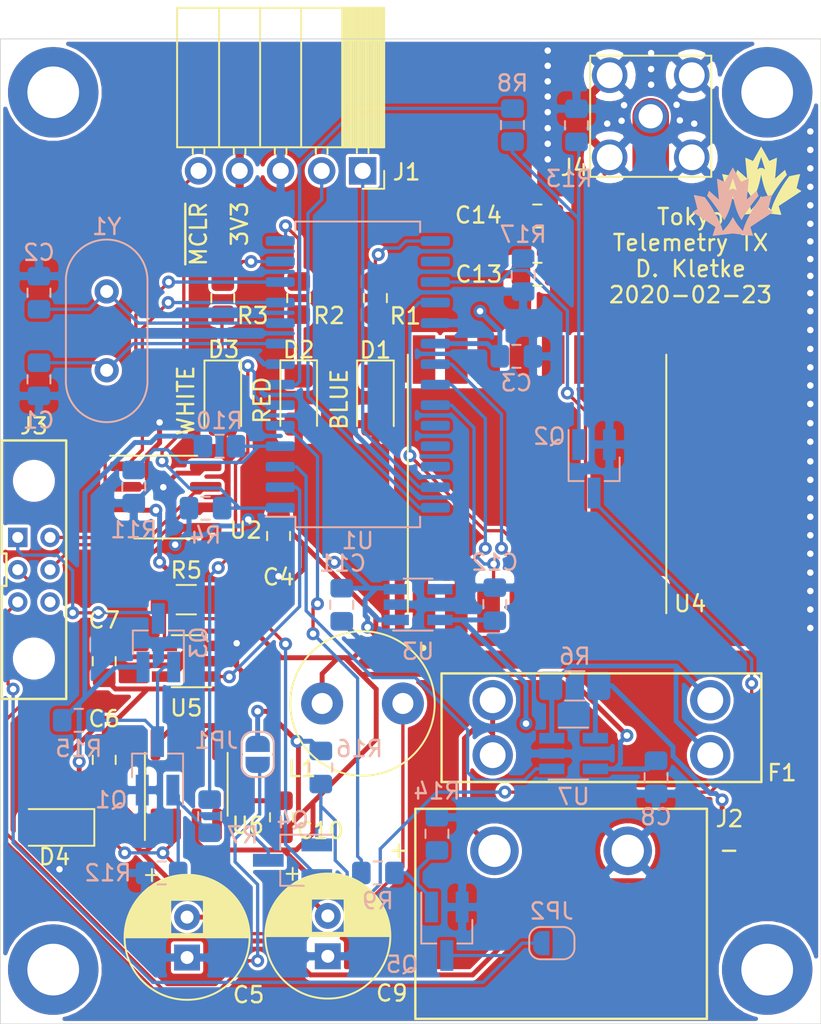
<source format=kicad_pcb>
(kicad_pcb (version 20171130) (host pcbnew "(5.1.2)-1")
  (layers (0 F.Cu signal) (31 B.Cu signal) (34 B.Paste user hide) (35 F.Paste user hide) (36 B.SilkS user) (37 F.SilkS user) (38 B.Mask user hide) (39 F.Mask user) (44 Edge.Cuts user))
  (net 0 "")
  (net 1 GND)
  (net 2 /OSC1)
  (net 3 /OSC2)
  (net 4 +3V3)
  (net 5 +5V)
  (net 6 +12V)
  (net 7 "Net-(D1-Pad1)")
  (net 8 "Net-(D2-Pad1)")
  (net 9 "Net-(D3-Pad1)")
  (net 10 "Net-(D4-Pad1)")
  (net 11 "Net-(F1-Pad2)")
  (net 12 "Net-(F1-Pad1)")
  (net 13 /~MCLR)
  (net 14 /ICSPDAT)
  (net 15 /ICSPCLK)
  (net 16 CANH)
  (net 17 CANL)
  (net 18 "Net-(J3-Pad3)")
  (net 19 "Net-(J3-Pad1)")
  (net 20 "Net-(J3-Pad2)")
  (net 21 "Net-(AE1-Pad1)")
  (net 22 "Net-(Q1-Pad3)")
  (net 23 "Net-(Q1-Pad1)")
  (net 24 "Net-(Q2-Pad3)")
  (net 25 "Net-(Q2-Pad1)")
  (net 26 /power/Sensed_5V)
  (net 27 "Net-(Q5-Pad1)")
  (net 28 "Net-(R1-Pad2)")
  (net 29 "Net-(R2-Pad2)")
  (net 30 "Net-(R3-Pad2)")
  (net 31 /power/BUS_EN_12V)
  (net 32 /power/BUS_EN_5V)
  (net 33 /power/BUS_EN_GND)
  (net 34 /power/BATT_VSENSE)
  (net 35 /radio/RESET)
  (net 36 "Net-(U1-Pad26)")
  (net 37 "Net-(U1-Pad25)")
  (net 38 "Net-(U1-Pad24)")
  (net 39 /radio/SDO)
  (net 40 /radio/SDI)
  (net 41 /radio/SCK)
  (net 42 /radio/~SS)
  (net 43 "Net-(U1-Pad16)")
  (net 44 /CAN_RX)
  (net 45 /CAN_TX)
  (net 46 /power/CURR_BATT)
  (net 47 /power/CURR_BUS)
  (net 48 "Net-(U3-Pad4)")
  (net 49 "Net-(U4-Pad7)")
  (net 50 "Net-(U4-Pad11)")
  (net 51 "Net-(U4-Pad12)")
  (net 52 "Net-(U4-Pad14)")
  (net 53 "Net-(U4-Pad15)")
  (net 54 "Net-(U4-Pad16)")
  (module Capacitor_THT:CP_Radial_D7.5mm_P2.50mm (layer F.Cu) (at 136.4996 119.0752 90)
    (fp_text reference C9 (at -2.286 3.9624) (layer F.SilkS))
    (fp_text value 1000u)
    (pad 2 thru_hole circle (at 2.5 0 90) (size 1.6 1.6) (drill 0.8) (layers *.Cu *.Mask) (net 5 +5V))
    (pad 1 thru_hole rect (at 0 0 90) (size 1.6 1.6) (drill 0.8) (layers *.Cu *.Mask) (net 1 GND))
  )
  (module Capacitor_THT:CP_Radial_D7.5mm_P2.50mm (layer F.Cu) (at 127.7874 119.1514 90)
    (fp_text reference C5 (at -2.3114 3.81) (layer F.SilkS))
    (fp_text value 330u)
    (pad 2 thru_hole circle (at 2.5 0 90) (size 1.6 1.6) (drill 0.8) (layers *.Cu *.Mask) (net 6 +12V))
    (pad 1 thru_hole rect (at 0 0 90) (size 1.6 1.6) (drill 0.8) (layers *.Cu *.Mask) (net 1 GND))
  )
  (module "Team logo:Logo_SilkScreen_5mm" (layer B.Cu) (at 161.57702 72.3646 180)
    (fp_text reference G*** hide)
    (fp_text value LOGO hide)
  )
  (module "Team logo:Logo_SilkScreen_5mm" (layer F.Cu) (at 163.322 71.0692)
    (fp_text reference G*** hide)
    (fp_text value LOGO hide)
  )
  (module Connector_PinSocket_2.54mm:PinSocket_1x05_P2.54mm_Horizontal (layer F.Cu) (at 138.6586 70.4596 270)
    (fp_text reference J1 (at 0.0762 -2.7178 180) (layer F.SilkS))
    (fp_text value "Programming Header")
    (pad 5 thru_hole oval (at 0 10.16 270) (size 1.7 1.7) (drill 1) (layers *.Cu *.Mask) (net 13 /~MCLR))
    (pad 4 thru_hole oval (at 0 7.62 270) (size 1.7 1.7) (drill 1) (layers *.Cu *.Mask) (net 4 +3V3))
    (pad 3 thru_hole oval (at 0 5.08 270) (size 1.7 1.7) (drill 1) (layers *.Cu *.Mask) (net 1 GND))
    (pad 2 thru_hole oval (at 0 2.54 270) (size 1.7 1.7) (drill 1) (layers *.Cu *.Mask) (net 14 /ICSPDAT))
    (pad 1 thru_hole rect (at 0 0 270) (size 1.7 1.7) (drill 1) (layers *.Cu *.Mask) (net 15 /ICSPCLK))
  )
  (module Resistor_SMD:R_0805_2012Metric_Pad1.15x1.40mm_HandSolder (layer B.Cu) (at 136.0678 107.3912 270)
    (fp_text reference R16 (at -1.1594 -2.3876 180) (layer B.SilkS) (effects (justify mirror)))
    (fp_text value 10K)
    (pad 2 smd roundrect (at 1.025 0 270) (size 1.15 1.4) (layers B.Cu B.Paste B.Mask) (roundrect_rratio 0.217391) (net 24 "Net-(Q2-Pad3)"))
    (pad 1 smd roundrect (at -1.025 0 270) (size 1.15 1.4) (layers B.Cu B.Paste B.Mask) (roundrect_rratio 0.217391) (net 5 +5V))
  )
  (module Package_TO_SOT_SMD:SOT-23_Handsoldering (layer B.Cu) (at 134.3152 113.1316 180)
    (fp_text reference Q4 (at 0 2.5) (layer B.SilkS) (effects (justify mirror)))
    (fp_text value Q_PMOS_GSD)
    (pad 3 smd rect (at 1.5 0 180) (size 1.9 0.8) (layers B.Cu B.Paste B.Mask) (net 20 "Net-(J3-Pad2)"))
    (pad 2 smd rect (at -1.5 -0.95 180) (size 1.9 0.8) (layers B.Cu B.Paste B.Mask) (net 26 /power/Sensed_5V))
    (pad 1 smd rect (at -1.5 0.95 180) (size 1.9 0.8) (layers B.Cu B.Paste B.Mask) (net 24 "Net-(Q2-Pad3)"))
  )
  (module Jumper:SolderJumper-2_P1.3mm_Open_RoundedPad1.0x1.5mm (layer B.Cu) (at 132.1562 106.5784 270)
    (fp_text reference JP1 (at -0.8636 2.5654 180) (layer B.SilkS) (effects (justify mirror)))
    (fp_text value Jumper)
    (pad 2 smd custom (at 0.65 0 270) (size 1 0.5) (layers B.Cu B.Mask) (net 20 "Net-(J3-Pad2)") (options (clearance outline) (anchor rect)) (primitives (gr_circle (center 0 -0.25) (end 0.5 -0.25) (width 0)) (gr_circle (center 0 0.25) (end 0.5 0.25) (width 0)) (gr_poly (pts (xy 0 0.75) (xy -0.5 0.75) (xy -0.5 -0.75) (xy 0 -0.75)) (width 0))))
    (pad 1 smd custom (at -0.65 0 270) (size 1 0.5) (layers B.Cu B.Mask) (net 5 +5V) (options (clearance outline) (anchor rect)) (primitives (gr_circle (center 0 -0.25) (end 0.5 -0.25) (width 0)) (gr_circle (center 0 0.25) (end 0.5 0.25) (width 0)) (gr_poly (pts (xy 0 0.75) (xy 0.5 0.75) (xy 0.5 -0.75) (xy 0 -0.75)) (width 0))))
  )
  (module canhw_footprints:XCVR_RFM95W-915S2 (layer F.Cu) (at 149.4536 89.8398 90)
    (fp_text reference U4 (at -7.4168 9.4742 180) (layer F.SilkS))
    (fp_text value RFM95W)
    (pad 1 smd rect (at -7.7 -7 90) (size 3 1.4) (layers F.Cu F.Paste F.Mask) (net 1 GND))
    (pad 2 smd rect (at -7.7 -5 90) (size 3 1.4) (layers F.Cu F.Paste F.Mask) (net 40 /radio/SDI))
    (pad 3 smd rect (at -7.7 -3 90) (size 3 1.4) (layers F.Cu F.Paste F.Mask) (net 39 /radio/SDO))
    (pad 4 smd rect (at -7.7 -1 90) (size 3 1.4) (layers F.Cu F.Paste F.Mask) (net 41 /radio/SCK))
    (pad 5 smd rect (at -7.7 1 90) (size 3 1.4) (layers F.Cu F.Paste F.Mask) (net 42 /radio/~SS))
    (pad 6 smd rect (at -7.7 3 90) (size 3 1.4) (layers F.Cu F.Paste F.Mask) (net 35 /radio/RESET))
    (pad 7 smd rect (at -7.7 5 90) (size 3 1.4) (layers F.Cu F.Paste F.Mask) (net 49 "Net-(U4-Pad7)"))
    (pad 8 smd rect (at -7.7 7 90) (size 3 1.4) (layers F.Cu F.Paste F.Mask) (net 1 GND))
    (pad 9 smd rect (at 7.7 7 90) (size 3 1.4) (layers F.Cu F.Paste F.Mask) (net 21 "Net-(AE1-Pad1)"))
    (pad 10 smd rect (at 7.7 5 90) (size 3 1.4) (layers F.Cu F.Paste F.Mask) (net 1 GND))
    (pad 11 smd rect (at 7.7 3 90) (size 3 1.4) (layers F.Cu F.Paste F.Mask) (net 50 "Net-(U4-Pad11)"))
    (pad 12 smd rect (at 7.7 1 90) (size 3 1.4) (layers F.Cu F.Paste F.Mask) (net 51 "Net-(U4-Pad12)"))
    (pad 13 smd rect (at 7.7 -1 90) (size 3 1.4) (layers F.Cu F.Paste F.Mask) (net 4 +3V3))
    (pad 14 smd rect (at 7.7 -3 90) (size 3 1.4) (layers F.Cu F.Paste F.Mask) (net 52 "Net-(U4-Pad14)"))
    (pad 15 smd rect (at 7.7 -5 90) (size 3 1.4) (layers F.Cu F.Paste F.Mask) (net 53 "Net-(U4-Pad15)"))
    (pad 16 smd rect (at 7.7 -7 90) (size 3 1.4) (layers F.Cu F.Paste F.Mask) (net 54 "Net-(U4-Pad16)"))
  )
  (module Package_TO_SOT_SMD:SOT-23-5_HandSoldering (layer B.Cu) (at 142.0876 97.3074)
    (fp_text reference U3 (at 0 2.9) (layer B.SilkS) (effects (justify mirror)))
    (fp_text value AP2114H-3.3)
    (pad 5 smd rect (at 1.35 0.95) (size 1.56 0.65) (layers B.Cu B.Paste B.Mask) (net 4 +3V3))
    (pad 4 smd rect (at 1.35 -0.95) (size 1.56 0.65) (layers B.Cu B.Paste B.Mask) (net 48 "Net-(U3-Pad4)"))
    (pad 3 smd rect (at -1.35 -0.95) (size 1.56 0.65) (layers B.Cu B.Paste B.Mask) (net 5 +5V))
    (pad 2 smd rect (at -1.35 0) (size 1.56 0.65) (layers B.Cu B.Paste B.Mask) (net 1 GND))
    (pad 1 smd rect (at -1.35 0.95) (size 1.56 0.65) (layers B.Cu B.Paste B.Mask) (net 5 +5V))
  )
  (module Inductor_THT:L_Radial_D8.7mm_P5.00mm_Fastron_07HCP (layer F.Cu) (at 141.1478 103.4288 180)
    (fp_text reference L1 (at 6.2484 -4.0386) (layer F.SilkS))
    (fp_text value 47u)
    (pad 2 thru_hole circle (at 5 0 180) (size 2.6 2.6) (drill 1.3) (layers *.Cu *.Mask) (net 5 +5V))
    (pad 1 thru_hole circle (at 0 0 180) (size 2.6 2.6) (drill 1.3) (layers *.Cu *.Mask) (net 10 "Net-(D4-Pad1)"))
  )
  (module canhw_footprints:RF_connector_SMA_3-1478978-1 (layer F.Cu) (at 156.4894 67.0814)
    (fp_text reference J4 (at -4.7244 3.175) (layer F.SilkS))
    (fp_text value Conn_Coaxial)
    (pad 1 thru_hole circle (at 0 0) (size 2.1 2.1) (drill 1.5) (layers *.Cu *.Mask) (net 21 "Net-(AE1-Pad1)"))
    (pad 2 thru_hole circle (at -2.54 -2.54) (size 2.2 2.2) (drill 1.6) (layers *.Cu *.Mask) (net 1 GND))
    (pad 2 thru_hole circle (at 2.54 -2.54) (size 2.2 2.2) (drill 1.6) (layers *.Cu *.Mask) (net 1 GND))
    (pad 2 thru_hole circle (at 2.54 2.54) (size 2.2 2.2) (drill 1.6) (layers *.Cu *.Mask) (net 1 GND))
    (pad 2 thru_hole circle (at -2.54 2.54) (size 2.2 2.2) (drill 1.6) (layers *.Cu *.Mask) (net 1 GND))
  )
  (module MountingHole:MountingHole_3.2mm_M3_DIN965_Pad (layer F.Cu) (at 119.5 65.6)
    (fp_text reference REF** hide)
    (fp_text value MountingHole_3.2mm_M3_DIN965_Pad)
    (pad 1 thru_hole circle (at 0 0) (size 5.6 5.6) (drill 3.2) (layers *.Cu *.Mask))
  )
  (module MountingHole:MountingHole_3.2mm_M3_DIN965_Pad (layer F.Cu) (at 119.5 119.9)
    (fp_text reference REF** hide)
    (fp_text value MountingHole_3.2mm_M3_DIN965_Pad)
    (pad 1 thru_hole circle (at 0 0) (size 5.6 5.6) (drill 3.2) (layers *.Cu *.Mask))
  )
  (module MountingHole:MountingHole_3.2mm_M3_DIN965_Pad (layer F.Cu) (at 163.7 119.9)
    (fp_text reference REF** hide)
    (fp_text value MountingHole_3.2mm_M3_DIN965_Pad)
    (pad 1 thru_hole circle (at 0 0) (size 5.6 5.6) (drill 3.2) (layers *.Cu *.Mask))
  )
  (module MountingHole:MountingHole_3.2mm_M3_DIN965_Pad (layer F.Cu) (at 163.7 65.6)
    (fp_text reference REF** hide)
    (fp_text value MountingHole_3.2mm_M3_DIN965_Pad)
    (pad 1 thru_hole circle (at 0 0) (size 5.6 5.6) (drill 3.2) (layers *.Cu *.Mask))
  )
  (module Crystal:Crystal_HC49-U_Vertical (layer B.Cu) (at 122.809 82.804 90)
    (fp_text reference Y1 (at 8.89 0 180) (layer B.SilkS) (effects (justify mirror)))
    (fp_text value Crystal)
    (pad 2 thru_hole circle (at 4.88 0 90) (size 1.5 1.5) (drill 0.8) (layers *.Cu *.Mask) (net 3 /OSC2))
    (pad 1 thru_hole circle (at 0 0 90) (size 1.5 1.5) (drill 0.8) (layers *.Cu *.Mask) (net 2 /OSC1))
  )
  (module Package_TO_SOT_SMD:SOT-23-5_HandSoldering (layer B.Cu) (at 151.7142 106.5276)
    (fp_text reference U7 (at 0 2.667) (layer B.SilkS) (effects (justify mirror)))
    (fp_text value INA180)
    (pad 5 smd rect (at 1.35 0.95) (size 1.56 0.65) (layers B.Cu B.Paste B.Mask) (net 5 +5V))
    (pad 4 smd rect (at 1.35 -0.95) (size 1.56 0.65) (layers B.Cu B.Paste B.Mask) (net 6 +12V))
    (pad 3 smd rect (at -1.35 -0.95) (size 1.56 0.65) (layers B.Cu B.Paste B.Mask) (net 12 "Net-(F1-Pad1)"))
    (pad 2 smd rect (at -1.35 0) (size 1.56 0.65) (layers B.Cu B.Paste B.Mask) (net 1 GND))
    (pad 1 smd rect (at -1.35 0.95) (size 1.56 0.65) (layers B.Cu B.Paste B.Mask) (net 46 /power/CURR_BATT))
  )
  (module Package_SO:SOIC-8_3.9x4.9mm_P1.27mm (layer F.Cu) (at 127.7366 108.4326 90)
    (fp_text reference U6 (at -2.54 3.81 180) (layer F.SilkS))
    (fp_text value AP1509)
    (pad 8 smd roundrect (at 2.475 -1.905 90) (size 1.95 0.6) (layers F.Cu F.Paste F.Mask) (net 1 GND))
    (pad 7 smd roundrect (at 2.475 -0.635 90) (size 1.95 0.6) (layers F.Cu F.Paste F.Mask) (net 1 GND))
    (pad 6 smd roundrect (at 2.475 0.635 90) (size 1.95 0.6) (layers F.Cu F.Paste F.Mask) (net 1 GND))
    (pad 5 smd roundrect (at 2.475 1.905 90) (size 1.95 0.6) (layers F.Cu F.Paste F.Mask) (net 1 GND))
    (pad 4 smd roundrect (at -2.475 1.905 90) (size 1.95 0.6) (layers F.Cu F.Paste F.Mask) (net 1 GND))
    (pad 3 smd roundrect (at -2.475 0.635 90) (size 1.95 0.6) (layers F.Cu F.Paste F.Mask) (net 5 +5V))
    (pad 2 smd roundrect (at -2.475 -0.635 90) (size 1.95 0.6) (layers F.Cu F.Paste F.Mask) (net 10 "Net-(D4-Pad1)"))
    (pad 1 smd roundrect (at -2.475 -1.905 90) (size 1.95 0.6) (layers F.Cu F.Paste F.Mask) (net 6 +12V))
  )
  (module Package_TO_SOT_SMD:SOT-23-5_HandSoldering (layer F.Cu) (at 127.7366 100.8126 180)
    (fp_text reference U5 (at 0 -2.9) (layer F.SilkS))
    (fp_text value INA180)
    (pad 5 smd rect (at 1.35 -0.95 180) (size 1.56 0.65) (layers F.Cu F.Paste F.Mask) (net 5 +5V))
    (pad 4 smd rect (at 1.35 0.95 180) (size 1.56 0.65) (layers F.Cu F.Paste F.Mask) (net 26 /power/Sensed_5V))
    (pad 3 smd rect (at -1.35 0.95 180) (size 1.56 0.65) (layers F.Cu F.Paste F.Mask) (net 5 +5V))
    (pad 2 smd rect (at -1.35 0 180) (size 1.56 0.65) (layers F.Cu F.Paste F.Mask) (net 1 GND))
    (pad 1 smd rect (at -1.35 -0.95 180) (size 1.56 0.65) (layers F.Cu F.Paste F.Mask) (net 47 /power/CURR_BUS))
  )
  (module Package_SO:SOIC-8_3.9x4.9mm_P1.27mm (layer F.Cu) (at 126.4666 90.6526)
    (fp_text reference U2 (at 4.953 2.0574) (layer F.SilkS))
    (fp_text value MCP2562)
    (pad 8 smd roundrect (at 2.475 -1.905) (size 1.95 0.6) (layers F.Cu F.Paste F.Mask) (net 1 GND))
    (pad 7 smd roundrect (at 2.475 -0.635) (size 1.95 0.6) (layers F.Cu F.Paste F.Mask) (net 16 CANH))
    (pad 6 smd roundrect (at 2.475 0.635) (size 1.95 0.6) (layers F.Cu F.Paste F.Mask) (net 17 CANL))
    (pad 5 smd roundrect (at 2.475 1.905) (size 1.95 0.6) (layers F.Cu F.Paste F.Mask) (net 4 +3V3))
    (pad 4 smd roundrect (at -2.475 1.905) (size 1.95 0.6) (layers F.Cu F.Paste F.Mask) (net 44 /CAN_RX))
    (pad 3 smd roundrect (at -2.475 0.635) (size 1.95 0.6) (layers F.Cu F.Paste F.Mask) (net 5 +5V))
    (pad 2 smd roundrect (at -2.475 -0.635) (size 1.95 0.6) (layers F.Cu F.Paste F.Mask) (net 1 GND))
    (pad 1 smd roundrect (at -2.475 -1.905) (size 1.95 0.6) (layers F.Cu F.Paste F.Mask) (net 45 /CAN_TX))
  )
  (module Package_SO:SOIC-28W_7.5x18.7mm_P1.27mm (layer B.Cu) (at 138.3538 83.058)
    (fp_text reference U1 (at 0 10.3) (layer B.SilkS) (effects (justify mirror)))
    (fp_text value PIC18F26K83)
    (pad 28 smd roundrect (at 4.8 8.255) (size 1.8 0.6) (layers B.Cu B.Paste B.Mask) (net 14 /ICSPDAT))
    (pad 27 smd roundrect (at 4.8 6.985) (size 1.8 0.6) (layers B.Cu B.Paste B.Mask) (net 15 /ICSPCLK))
    (pad 26 smd roundrect (at 4.8 5.715) (size 1.8 0.6) (layers B.Cu B.Paste B.Mask) (net 36 "Net-(U1-Pad26)"))
    (pad 25 smd roundrect (at 4.8 4.445) (size 1.8 0.6) (layers B.Cu B.Paste B.Mask) (net 37 "Net-(U1-Pad25)"))
    (pad 24 smd roundrect (at 4.8 3.175) (size 1.8 0.6) (layers B.Cu B.Paste B.Mask) (net 38 "Net-(U1-Pad24)"))
    (pad 23 smd roundrect (at 4.8 1.905) (size 1.8 0.6) (layers B.Cu B.Paste B.Mask) (net 39 /radio/SDO))
    (pad 22 smd roundrect (at 4.8 0.635) (size 1.8 0.6) (layers B.Cu B.Paste B.Mask) (net 40 /radio/SDI))
    (pad 21 smd roundrect (at 4.8 -0.635) (size 1.8 0.6) (layers B.Cu B.Paste B.Mask) (net 41 /radio/SCK))
    (pad 20 smd roundrect (at 4.8 -1.905) (size 1.8 0.6) (layers B.Cu B.Paste B.Mask) (net 4 +3V3))
    (pad 19 smd roundrect (at 4.8 -3.175) (size 1.8 0.6) (layers B.Cu B.Paste B.Mask) (net 1 GND))
    (pad 18 smd roundrect (at 4.8 -4.445) (size 1.8 0.6) (layers B.Cu B.Paste B.Mask) (net 42 /radio/~SS))
    (pad 17 smd roundrect (at 4.8 -5.715) (size 1.8 0.6) (layers B.Cu B.Paste B.Mask) (net 35 /radio/RESET))
    (pad 16 smd roundrect (at 4.8 -6.985) (size 1.8 0.6) (layers B.Cu B.Paste B.Mask) (net 43 "Net-(U1-Pad16)"))
    (pad 15 smd roundrect (at 4.8 -8.255) (size 1.8 0.6) (layers B.Cu B.Paste B.Mask) (net 28 "Net-(R1-Pad2)"))
    (pad 14 smd roundrect (at -4.8 -8.255) (size 1.8 0.6) (layers B.Cu B.Paste B.Mask) (net 29 "Net-(R2-Pad2)"))
    (pad 13 smd roundrect (at -4.8 -6.985) (size 1.8 0.6) (layers B.Cu B.Paste B.Mask) (net 30 "Net-(R3-Pad2)"))
    (pad 12 smd roundrect (at -4.8 -5.715) (size 1.8 0.6) (layers B.Cu B.Paste B.Mask) (net 44 /CAN_RX))
    (pad 11 smd roundrect (at -4.8 -4.445) (size 1.8 0.6) (layers B.Cu B.Paste B.Mask) (net 45 /CAN_TX))
    (pad 10 smd roundrect (at -4.8 -3.175) (size 1.8 0.6) (layers B.Cu B.Paste B.Mask) (net 3 /OSC2))
    (pad 9 smd roundrect (at -4.8 -1.905) (size 1.8 0.6) (layers B.Cu B.Paste B.Mask) (net 2 /OSC1))
    (pad 8 smd roundrect (at -4.8 -0.635) (size 1.8 0.6) (layers B.Cu B.Paste B.Mask) (net 1 GND))
    (pad 7 smd roundrect (at -4.8 0.635) (size 1.8 0.6) (layers B.Cu B.Paste B.Mask) (net 32 /power/BUS_EN_5V))
    (pad 6 smd roundrect (at -4.8 1.905) (size 1.8 0.6) (layers B.Cu B.Paste B.Mask) (net 31 /power/BUS_EN_12V))
    (pad 5 smd roundrect (at -4.8 3.175) (size 1.8 0.6) (layers B.Cu B.Paste B.Mask) (net 33 /power/BUS_EN_GND))
    (pad 4 smd roundrect (at -4.8 4.445) (size 1.8 0.6) (layers B.Cu B.Paste B.Mask) (net 34 /power/BATT_VSENSE))
    (pad 3 smd roundrect (at -4.8 5.715) (size 1.8 0.6) (layers B.Cu B.Paste B.Mask) (net 46 /power/CURR_BATT))
    (pad 2 smd roundrect (at -4.8 6.985) (size 1.8 0.6) (layers B.Cu B.Paste B.Mask) (net 47 /power/CURR_BUS))
    (pad 1 smd roundrect (at -4.8 8.255) (size 1.8 0.6) (layers B.Cu B.Paste B.Mask) (net 13 /~MCLR))
  )
  (module Resistor_SMD:R_0805_2012Metric_Pad1.15x1.40mm_HandSolder (layer B.Cu) (at 148.59 76.9112 270)
    (fp_text reference R17 (at -2.5146 0 180) (layer B.SilkS) (effects (justify mirror)))
    (fp_text value 10k)
    (pad 2 smd roundrect (at 1.025 0 270) (size 1.15 1.4) (layers B.Cu B.Paste B.Mask) (roundrect_rratio 0.217391) (net 1 GND))
    (pad 1 smd roundrect (at -1.025 0 270) (size 1.15 1.4) (layers B.Cu B.Paste B.Mask) (roundrect_rratio 0.217391) (net 35 /radio/RESET))
  )
  (module Resistor_SMD:R_0805_2012Metric_Pad1.15x1.40mm_HandSolder (layer B.Cu) (at 121.0818 104.4702)
    (fp_text reference R15 (at 0 1.7526) (layer B.SilkS) (effects (justify mirror)))
    (fp_text value 10K)
    (pad 2 smd roundrect (at 1.025 0) (size 1.15 1.4) (layers B.Cu B.Paste B.Mask) (roundrect_rratio 0.217391) (net 22 "Net-(Q1-Pad3)"))
    (pad 1 smd roundrect (at -1.025 0) (size 1.15 1.4) (layers B.Cu B.Paste B.Mask) (roundrect_rratio 0.217391) (net 6 +12V))
  )
  (module Resistor_SMD:R_0805_2012Metric_Pad1.15x1.40mm_HandSolder (layer B.Cu) (at 143.256 111.497 90)
    (fp_text reference R14 (at 2.6416 0 180) (layer B.SilkS) (effects (justify mirror)))
    (fp_text value 10K)
    (pad 2 smd roundrect (at 1.025 0 90) (size 1.15 1.4) (layers B.Cu B.Paste B.Mask) (roundrect_rratio 0.217391) (net 1 GND))
    (pad 1 smd roundrect (at -1.025 0 90) (size 1.15 1.4) (layers B.Cu B.Paste B.Mask) (roundrect_rratio 0.217391) (net 27 "Net-(Q5-Pad1)"))
  )
  (module Resistor_SMD:R_0805_2012Metric_Pad1.15x1.40mm_HandSolder (layer B.Cu) (at 151.892 67.6402 90)
    (fp_text reference R13 (at -3.302 -0.4572 180) (layer B.SilkS) (effects (justify mirror)))
    (fp_text value 10K)
    (pad 2 smd roundrect (at 1.025 0 90) (size 1.15 1.4) (layers B.Cu B.Paste B.Mask) (roundrect_rratio 0.217391) (net 1 GND))
    (pad 1 smd roundrect (at -1.025 0 90) (size 1.15 1.4) (layers B.Cu B.Paste B.Mask) (roundrect_rratio 0.217391) (net 25 "Net-(Q2-Pad1)"))
  )
  (module Resistor_SMD:R_0805_2012Metric_Pad1.15x1.40mm_HandSolder (layer B.Cu) (at 126.2126 113.919 180)
    (fp_text reference R12 (at 3.3274 0) (layer B.SilkS) (effects (justify mirror)))
    (fp_text value 10K)
    (pad 2 smd roundrect (at 1.025 0 180) (size 1.15 1.4) (layers B.Cu B.Paste B.Mask) (roundrect_rratio 0.217391) (net 1 GND))
    (pad 1 smd roundrect (at -1.025 0 180) (size 1.15 1.4) (layers B.Cu B.Paste B.Mask) (roundrect_rratio 0.217391) (net 23 "Net-(Q1-Pad1)"))
  )
  (module Resistor_SMD:R_0805_2012Metric_Pad1.15x1.40mm_HandSolder (layer B.Cu) (at 124.4854 90.0012 270)
    (fp_text reference R11 (at 2.6834 0 180) (layer B.SilkS) (effects (justify mirror)))
    (fp_text value R)
    (pad 2 smd roundrect (at 1.025 0 270) (size 1.15 1.4) (layers B.Cu B.Paste B.Mask) (roundrect_rratio 0.217391) (net 1 GND))
    (pad 1 smd roundrect (at -1.025 0 270) (size 1.15 1.4) (layers B.Cu B.Paste B.Mask) (roundrect_rratio 0.217391) (net 34 /power/BATT_VSENSE))
  )
  (module Resistor_SMD:R_0805_2012Metric_Pad1.15x1.40mm_HandSolder (layer B.Cu) (at 129.794 87.503)
    (fp_text reference R10 (at 0 -1.5748) (layer B.SilkS) (effects (justify mirror)))
    (fp_text value R)
    (pad 2 smd roundrect (at 1.025 0) (size 1.15 1.4) (layers B.Cu B.Paste B.Mask) (roundrect_rratio 0.217391) (net 34 /power/BATT_VSENSE))
    (pad 1 smd roundrect (at -1.025 0) (size 1.15 1.4) (layers B.Cu B.Paste B.Mask) (roundrect_rratio 0.217391) (net 6 +12V))
  )
  (module Resistor_SMD:R_0805_2012Metric_Pad1.15x1.40mm_HandSolder (layer B.Cu) (at 139.5984 113.919 180)
    (fp_text reference R9 (at 0 -1.7272) (layer B.SilkS) (effects (justify mirror)))
    (fp_text value 220)
    (pad 2 smd roundrect (at 1.025 0 180) (size 1.15 1.4) (layers B.Cu B.Paste B.Mask) (roundrect_rratio 0.217391) (net 33 /power/BUS_EN_GND))
    (pad 1 smd roundrect (at -1.025 0 180) (size 1.15 1.4) (layers B.Cu B.Paste B.Mask) (roundrect_rratio 0.217391) (net 27 "Net-(Q5-Pad1)"))
  )
  (module Resistor_SMD:R_0805_2012Metric_Pad1.15x1.40mm_HandSolder (layer B.Cu) (at 147.9296 67.6238 90)
    (fp_text reference R8 (at 2.5908 0 180) (layer B.SilkS) (effects (justify mirror)))
    (fp_text value 220)
    (pad 2 smd roundrect (at 1.025 0 90) (size 1.15 1.4) (layers B.Cu B.Paste B.Mask) (roundrect_rratio 0.217391) (net 32 /power/BUS_EN_5V))
    (pad 1 smd roundrect (at -1.025 0 90) (size 1.15 1.4) (layers B.Cu B.Paste B.Mask) (roundrect_rratio 0.217391) (net 25 "Net-(Q2-Pad1)"))
  )
  (module Resistor_SMD:R_0805_2012Metric_Pad1.15x1.40mm_HandSolder (layer B.Cu) (at 129.1844 110.4048 90)
    (fp_text reference R7 (at -1.1684 2.032 180) (layer B.SilkS) (effects (justify mirror)))
    (fp_text value 220)
    (pad 1 smd roundrect (at -1.025 0 90) (size 1.15 1.4) (layers B.Cu B.Paste B.Mask) (roundrect_rratio 0.217391) (net 23 "Net-(Q1-Pad1)"))
    (pad 2 smd roundrect (at 1.025 0 90) (size 1.15 1.4) (layers B.Cu B.Paste B.Mask) (roundrect_rratio 0.217391) (net 31 /power/BUS_EN_12V))
  )
  (module Resistor_SMD:R_1206_3216Metric_Pad1.42x1.75mm_HandSolder (layer B.Cu) (at 151.7904 102.3366 180)
    (fp_text reference R6 (at 0 1.82) (layer B.SilkS) (effects (justify mirror)))
    (fp_text value R_sense)
    (pad 2 smd roundrect (at 1.4875 0 180) (size 1.425 1.75) (layers B.Cu B.Paste B.Mask) (roundrect_rratio 0.175439) (net 12 "Net-(F1-Pad1)"))
    (pad 1 smd roundrect (at -1.4875 0 180) (size 1.425 1.75) (layers B.Cu B.Paste B.Mask) (roundrect_rratio 0.175439) (net 6 +12V))
  )
  (module Resistor_SMD:R_1206_3216Metric_Pad1.42x1.75mm_HandSolder (layer F.Cu) (at 127.7366 97.0026)
    (fp_text reference R5 (at 0 -1.82) (layer F.SilkS))
    (fp_text value R_sense)
    (pad 2 smd roundrect (at 1.4875 0) (size 1.425 1.75) (layers F.Cu F.Paste F.Mask) (roundrect_rratio 0.175439) (net 5 +5V))
    (pad 1 smd roundrect (at -1.4875 0) (size 1.425 1.75) (layers F.Cu F.Paste F.Mask) (roundrect_rratio 0.175439) (net 26 /power/Sensed_5V))
  )
  (module Resistor_SMD:R_0805_2012Metric_Pad1.15x1.40mm_HandSolder (layer B.Cu) (at 128.9304 91.3384 180)
    (fp_text reference R4 (at 0 -1.6764 180) (layer B.SilkS) (effects (justify mirror)))
    (fp_text value 10K)
    (pad 2 smd roundrect (at 1.025 0 180) (size 1.15 1.4) (layers B.Cu B.Paste B.Mask) (roundrect_rratio 0.217391) (net 4 +3V3))
    (pad 1 smd roundrect (at -1.025 0 180) (size 1.15 1.4) (layers B.Cu B.Paste B.Mask) (roundrect_rratio 0.217391) (net 13 /~MCLR))
  )
  (module Resistor_SMD:R_0805_2012Metric_Pad1.15x1.40mm_HandSolder (layer F.Cu) (at 129.9972 78.3426 90)
    (fp_text reference R3 (at -1.0832 1.8542 180) (layer F.SilkS))
    (fp_text value 130)
    (pad 2 smd roundrect (at 1.025 0 90) (size 1.15 1.4) (layers F.Cu F.Paste F.Mask) (roundrect_rratio 0.217391) (net 30 "Net-(R3-Pad2)"))
    (pad 1 smd roundrect (at -1.025 0 90) (size 1.15 1.4) (layers F.Cu F.Paste F.Mask) (roundrect_rratio 0.217391) (net 9 "Net-(D3-Pad1)"))
  )
  (module Resistor_SMD:R_0805_2012Metric_Pad1.15x1.40mm_HandSolder (layer F.Cu) (at 134.6962 78.3336 90)
    (fp_text reference R2 (at -1.0922 1.8796 180) (layer F.SilkS))
    (fp_text value 130)
    (pad 2 smd roundrect (at 1.025 0 90) (size 1.15 1.4) (layers F.Cu F.Paste F.Mask) (roundrect_rratio 0.217391) (net 29 "Net-(R2-Pad2)"))
    (pad 1 smd roundrect (at -1.025 0 90) (size 1.15 1.4) (layers F.Cu F.Paste F.Mask) (roundrect_rratio 0.217391) (net 8 "Net-(D2-Pad1)"))
  )
  (module Resistor_SMD:R_0805_2012Metric_Pad1.15x1.40mm_HandSolder (layer F.Cu) (at 139.446 78.3336 90)
    (fp_text reference R1 (at -1.1176 1.8542 180) (layer F.SilkS))
    (fp_text value 130)
    (pad 2 smd roundrect (at 1.025 0 90) (size 1.15 1.4) (layers F.Cu F.Paste F.Mask) (roundrect_rratio 0.217391) (net 28 "Net-(R1-Pad2)"))
    (pad 1 smd roundrect (at -1.025 0 90) (size 1.15 1.4) (layers F.Cu F.Paste F.Mask) (roundrect_rratio 0.217391) (net 7 "Net-(D1-Pad1)"))
  )
  (module Package_TO_SOT_SMD:SOT-23_Handsoldering (layer B.Cu) (at 143.8656 117.5258 270)
    (fp_text reference Q5 (at 2.0574 2.7686 180) (layer B.SilkS) (effects (justify mirror)))
    (fp_text value Q_NMOS_GSD)
    (pad 3 smd rect (at 1.5 0 270) (size 1.9 0.8) (layers B.Cu B.Paste B.Mask) (net 18 "Net-(J3-Pad3)"))
    (pad 2 smd rect (at -1.5 -0.95 270) (size 1.9 0.8) (layers B.Cu B.Paste B.Mask) (net 1 GND))
    (pad 1 smd rect (at -1.5 0.95 270) (size 1.9 0.8) (layers B.Cu B.Paste B.Mask) (net 27 "Net-(Q5-Pad1)"))
  )
  (module Package_TO_SOT_SMD:SOT-23_Handsoldering (layer B.Cu) (at 126.0094 99.6696 90)
    (fp_text reference Q3 (at 0 2.5 90) (layer B.SilkS) (effects (justify mirror)))
    (fp_text value Q_PMOS_GSD)
    (pad 3 smd rect (at 1.5 0 90) (size 1.9 0.8) (layers B.Cu B.Paste B.Mask) (net 19 "Net-(J3-Pad1)"))
    (pad 2 smd rect (at -1.5 -0.95 90) (size 1.9 0.8) (layers B.Cu B.Paste B.Mask) (net 6 +12V))
    (pad 1 smd rect (at -1.5 0.95 90) (size 1.9 0.8) (layers B.Cu B.Paste B.Mask) (net 22 "Net-(Q1-Pad3)"))
  )
  (module Package_TO_SOT_SMD:SOT-23_Handsoldering (layer B.Cu) (at 152.9842 88.9 270)
    (fp_text reference Q2 (at -2.0066 2.7686 180) (layer B.SilkS) (effects (justify mirror)))
    (fp_text value Q_NMOS_GSD)
    (pad 3 smd rect (at 1.5 0 270) (size 1.9 0.8) (layers B.Cu B.Paste B.Mask) (net 24 "Net-(Q2-Pad3)"))
    (pad 2 smd rect (at -1.5 -0.95 270) (size 1.9 0.8) (layers B.Cu B.Paste B.Mask) (net 1 GND))
    (pad 1 smd rect (at -1.5 0.95 270) (size 1.9 0.8) (layers B.Cu B.Paste B.Mask) (net 25 "Net-(Q2-Pad1)"))
  )
  (module Package_TO_SOT_SMD:SOT-23_Handsoldering (layer B.Cu) (at 125.9586 107.2896 90)
    (fp_text reference Q1 (at -2.1082 -2.8702 180) (layer B.SilkS) (effects (justify mirror)))
    (fp_text value Q_NMOS_GSD)
    (pad 3 smd rect (at 1.5 0 90) (size 1.9 0.8) (layers B.Cu B.Paste B.Mask) (net 22 "Net-(Q1-Pad3)"))
    (pad 2 smd rect (at -1.5 -0.95 90) (size 1.9 0.8) (layers B.Cu B.Paste B.Mask) (net 1 GND))
    (pad 1 smd rect (at -1.5 0.95 90) (size 1.9 0.8) (layers B.Cu B.Paste B.Mask) (net 23 "Net-(Q1-Pad1)"))
  )
  (module Jumper:SolderJumper-2_P1.3mm_Open_RoundedPad1.0x1.5mm (layer B.Cu) (at 150.368 118.2624)
    (fp_text reference JP2 (at -0.015 -1.9812) (layer B.SilkS) (effects (justify mirror)))
    (fp_text value Jumper)
    (pad 2 smd custom (at 0.65 0) (size 1 0.5) (layers B.Cu B.Mask) (net 1 GND) (options (clearance outline) (anchor rect)) (primitives (gr_circle (center 0 -0.25) (end 0.5 -0.25) (width 0)) (gr_circle (center 0 0.25) (end 0.5 0.25) (width 0)) (gr_poly (pts (xy 0 0.75) (xy -0.5 0.75) (xy -0.5 -0.75) (xy 0 -0.75)) (width 0))))
    (pad 1 smd custom (at -0.65 0) (size 1 0.5) (layers B.Cu B.Mask) (net 18 "Net-(J3-Pad3)") (options (clearance outline) (anchor rect)) (primitives (gr_circle (center 0 -0.25) (end 0.5 -0.25) (width 0)) (gr_circle (center 0 0.25) (end 0.5 0.25) (width 0)) (gr_poly (pts (xy 0 0.75) (xy 0.5 0.75) (xy 0.5 -0.75) (xy 0 -0.75)) (width 0))))
  )
  (module canhw_footprints:connector_Harwin_M80-5000642 (layer F.Cu) (at 118.3038 95.1484 270)
    (fp_text reference J3 (at -8.89 0 180) (layer F.SilkS))
    (fp_text value BUS_CONN)
    (pad "" np_thru_hole circle (at -5.5 0 270) (size 2.2 2.2) (drill 2.2) (layers *.Cu *.Mask))
    (pad "" np_thru_hole circle (at 5.5 0 270) (size 2.2 2.2) (drill 2.2) (layers *.Cu *.Mask))
    (pad 4 thru_hole circle (at -2 -1 270) (size 1.2 1.2) (drill 0.68) (layers *.Cu *.Mask) (net 16 CANH))
    (pad 5 thru_hole circle (at 0 -1 270) (size 1.2 1.2) (drill 0.68) (layers *.Cu *.Mask) (net 17 CANL))
    (pad 6 thru_hole circle (at 2 -1 270) (size 1.2 1.2) (drill 0.68) (layers *.Cu *.Mask))
    (pad 3 thru_hole circle (at 2 1 270) (size 1.2 1.2) (drill 0.68) (layers *.Cu *.Mask) (net 18 "Net-(J3-Pad3)"))
    (pad 1 thru_hole rect (at -2 1 270) (size 1.2 1.2) (drill 0.68) (layers *.Cu *.Mask) (net 19 "Net-(J3-Pad1)"))
    (pad 2 thru_hole circle (at 0 1 270) (size 1.2 1.2) (drill 0.68) (layers *.Cu *.Mask) (net 20 "Net-(J3-Pad2)"))
  )
  (module canhw_footprints:BarrierBlock_ED2945-ND (layer F.Cu) (at 155.067 112.5474 180)
    (fp_text reference J2 (at -6.2992 1.9812) (layer F.SilkS))
    (fp_text value "Battery In")
    (pad 2 thru_hole circle (at 8.25 0 180) (size 3 3) (drill 2) (layers *.Cu *.Mask) (net 11 "Net-(F1-Pad2)"))
    (pad 1 thru_hole circle (at 0 0 180) (size 3 3) (drill 2) (layers *.Cu *.Mask) (net 1 GND))
  )
  (module canhw_footprints:Fuseholder_36-3557-15-ND (layer F.Cu) (at 153.4414 104.9274)
    (fp_text reference F1 (at 11.176 2.794) (layer F.SilkS))
    (fp_text value Fuse)
    (pad 2 thru_hole circle (at -6.735 1.7) (size 2.5 2.5) (drill 1.6) (layers *.Cu *.Mask) (net 11 "Net-(F1-Pad2)"))
    (pad 2 thru_hole circle (at -6.735 -1.7) (size 2.5 2.5) (drill 1.6) (layers *.Cu *.Mask) (net 11 "Net-(F1-Pad2)"))
    (pad 1 thru_hole circle (at 6.735 -1.7) (size 2.5 2.5) (drill 1.6) (layers *.Cu *.Mask) (net 12 "Net-(F1-Pad1)"))
    (pad 1 thru_hole circle (at 6.735 1.7) (size 2.5 2.5) (drill 1.6) (layers *.Cu *.Mask) (net 12 "Net-(F1-Pad1)"))
  )
  (module Diode_SMD:D_1206_3216Metric_Pad1.42x1.75mm_HandSolder (layer F.Cu) (at 119.5832 111.0996 180)
    (fp_text reference D4 (at 0 -1.82) (layer F.SilkS))
    (fp_text value D_Zener)
    (pad 2 smd roundrect (at 1.4875 0 180) (size 1.425 1.75) (layers F.Cu F.Paste F.Mask) (roundrect_rratio 0.175439) (net 1 GND))
    (pad 1 smd roundrect (at -1.4875 0 180) (size 1.425 1.75) (layers F.Cu F.Paste F.Mask) (roundrect_rratio 0.175439) (net 10 "Net-(D4-Pad1)"))
  )
  (module LED_SMD:LED_1206_3216Metric_Pad1.42x1.75mm_HandSolder (layer F.Cu) (at 129.9972 84.6582 270)
    (fp_text reference D3 (at -3.1353 -0.0508) (layer F.SilkS))
    (fp_text value LED)
    (pad 2 smd roundrect (at 1.4875 0 270) (size 1.425 1.75) (layers F.Cu F.Paste F.Mask) (roundrect_rratio 0.175439) (net 4 +3V3))
    (pad 1 smd roundrect (at -1.4875 0 270) (size 1.425 1.75) (layers F.Cu F.Paste F.Mask) (roundrect_rratio 0.175439) (net 9 "Net-(D3-Pad1)"))
  )
  (module LED_SMD:LED_1206_3216Metric_Pad1.42x1.75mm_HandSolder (layer F.Cu) (at 134.6962 84.6471 270)
    (fp_text reference D2 (at -3.1131 0 180) (layer F.SilkS))
    (fp_text value LED)
    (pad 2 smd roundrect (at 1.4875 0 270) (size 1.425 1.75) (layers F.Cu F.Paste F.Mask) (roundrect_rratio 0.175439) (net 4 +3V3))
    (pad 1 smd roundrect (at -1.4875 0 270) (size 1.425 1.75) (layers F.Cu F.Paste F.Mask) (roundrect_rratio 0.175439) (net 8 "Net-(D2-Pad1)"))
  )
  (module LED_SMD:LED_1206_3216Metric_Pad1.42x1.75mm_HandSolder (layer F.Cu) (at 139.446 84.6582 270)
    (fp_text reference D1 (at -3.0988 0 180) (layer F.SilkS))
    (fp_text value LED)
    (pad 2 smd roundrect (at 1.4875 0 270) (size 1.425 1.75) (layers F.Cu F.Paste F.Mask) (roundrect_rratio 0.175439) (net 4 +3V3))
    (pad 1 smd roundrect (at -1.4875 0 270) (size 1.425 1.75) (layers F.Cu F.Paste F.Mask) (roundrect_rratio 0.175439) (net 7 "Net-(D1-Pad1)"))
  )
  (module Capacitor_SMD:C_0805_2012Metric_Pad1.15x1.40mm_HandSolder (layer F.Cu) (at 149.47 73.2536)
    (fp_text reference C14 (at -3.6486 -0.0508) (layer F.SilkS))
    (fp_text value 0.1u)
    (pad 2 smd roundrect (at 1.025 0) (size 1.15 1.4) (layers F.Cu F.Paste F.Mask) (roundrect_rratio 0.217391) (net 1 GND))
    (pad 1 smd roundrect (at -1.025 0) (size 1.15 1.4) (layers F.Cu F.Paste F.Mask) (roundrect_rratio 0.217391) (net 4 +3V3))
  )
  (module Capacitor_SMD:C_0805_2012Metric_Pad1.15x1.40mm_HandSolder (layer F.Cu) (at 149.479 76.8604)
    (fp_text reference C13 (at -3.6322 0) (layer F.SilkS))
    (fp_text value 100p)
    (pad 2 smd roundrect (at 1.025 0) (size 1.15 1.4) (layers F.Cu F.Paste F.Mask) (roundrect_rratio 0.217391) (net 1 GND))
    (pad 1 smd roundrect (at -1.025 0) (size 1.15 1.4) (layers F.Cu F.Paste F.Mask) (roundrect_rratio 0.217391) (net 4 +3V3))
  )
  (module Capacitor_SMD:C_0805_2012Metric_Pad1.15x1.40mm_HandSolder (layer B.Cu) (at 146.8374 97.282 270)
    (fp_text reference C12 (at -2.5908 0 180) (layer B.SilkS) (effects (justify mirror)))
    (fp_text value 4.7u)
    (pad 2 smd roundrect (at 1.025 0 270) (size 1.15 1.4) (layers B.Cu B.Paste B.Mask) (roundrect_rratio 0.217391) (net 4 +3V3))
    (pad 1 smd roundrect (at -1.025 0 270) (size 1.15 1.4) (layers B.Cu B.Paste B.Mask) (roundrect_rratio 0.217391) (net 1 GND))
  )
  (module Capacitor_SMD:C_0805_2012Metric_Pad1.15x1.40mm_HandSolder (layer B.Cu) (at 137.3632 97.3164 90)
    (fp_text reference C11 (at 2.5654 0.0508 180) (layer B.SilkS) (effects (justify mirror)))
    (fp_text value 4.7u)
    (pad 2 smd roundrect (at 1.025 0 90) (size 1.15 1.4) (layers B.Cu B.Paste B.Mask) (roundrect_rratio 0.217391) (net 5 +5V))
    (pad 1 smd roundrect (at -1.025 0 90) (size 1.15 1.4) (layers B.Cu B.Paste B.Mask) (roundrect_rratio 0.217391) (net 1 GND))
  )
  (module Capacitor_SMD:C_0805_2012Metric_Pad1.15x1.40mm_HandSolder (layer F.Cu) (at 133.6294 110.4736 270)
    (fp_text reference C10 (at 0.8292 -2.413 180) (layer F.SilkS))
    (fp_text value 0.1u)
    (pad 2 smd roundrect (at 1.025 0 270) (size 1.15 1.4) (layers F.Cu F.Paste F.Mask) (roundrect_rratio 0.217391) (net 5 +5V))
    (pad 1 smd roundrect (at -1.025 0 270) (size 1.15 1.4) (layers F.Cu F.Paste F.Mask) (roundrect_rratio 0.217391) (net 1 GND))
  )
  (module Capacitor_SMD:C_0805_2012Metric_Pad1.15x1.40mm_HandSolder (layer B.Cu) (at 156.8196 107.9918 90)
    (fp_text reference C8 (at -2.4638 0 180) (layer B.SilkS) (effects (justify mirror)))
    (fp_text value 0.1u)
    (pad 2 smd roundrect (at 1.025 0 90) (size 1.15 1.4) (layers B.Cu B.Paste B.Mask) (roundrect_rratio 0.217391) (net 5 +5V))
    (pad 1 smd roundrect (at -1.025 0 90) (size 1.15 1.4) (layers B.Cu B.Paste B.Mask) (roundrect_rratio 0.217391) (net 1 GND))
  )
  (module Capacitor_SMD:C_0805_2012Metric_Pad1.15x1.40mm_HandSolder (layer F.Cu) (at 122.6566 100.8126 90)
    (fp_text reference C7 (at 2.54 0 180) (layer F.SilkS))
    (fp_text value 0.1u)
    (pad 2 smd roundrect (at 1.025 0 90) (size 1.15 1.4) (layers F.Cu F.Paste F.Mask) (roundrect_rratio 0.217391) (net 5 +5V))
    (pad 1 smd roundrect (at -1.025 0 90) (size 1.15 1.4) (layers F.Cu F.Paste F.Mask) (roundrect_rratio 0.217391) (net 1 GND))
  )
  (module Capacitor_SMD:C_0805_2012Metric_Pad1.15x1.40mm_HandSolder (layer F.Cu) (at 122.6566 106.9176 270)
    (fp_text reference C6 (at -2.54 0 180) (layer F.SilkS))
    (fp_text value 0.1u)
    (pad 2 smd roundrect (at 1.025 0 270) (size 1.15 1.4) (layers F.Cu F.Paste F.Mask) (roundrect_rratio 0.217391) (net 6 +12V))
    (pad 1 smd roundrect (at -1.025 0 270) (size 1.15 1.4) (layers F.Cu F.Paste F.Mask) (roundrect_rratio 0.217391) (net 1 GND))
  )
  (module Capacitor_SMD:C_0805_2012Metric_Pad1.15x1.40mm_HandSolder (layer F.Cu) (at 133.4516 93.0656 270)
    (fp_text reference C4 (at 2.54 0 180) (layer F.SilkS))
    (fp_text value 10u)
    (pad 2 smd roundrect (at 1.025 0 270) (size 1.15 1.4) (layers F.Cu F.Paste F.Mask) (roundrect_rratio 0.217391) (net 1 GND))
    (pad 1 smd roundrect (at -1.025 0 270) (size 1.15 1.4) (layers F.Cu F.Paste F.Mask) (roundrect_rratio 0.217391) (net 5 +5V))
  )
  (module Capacitor_SMD:C_0805_2012Metric_Pad1.15x1.40mm_HandSolder (layer B.Cu) (at 148.1746 81.9404)
    (fp_text reference C3 (at 0 1.65) (layer B.SilkS) (effects (justify mirror)))
    (fp_text value 0.1u)
    (pad 2 smd roundrect (at 1.025 0) (size 1.15 1.4) (layers B.Cu B.Paste B.Mask) (roundrect_rratio 0.217391) (net 1 GND))
    (pad 1 smd roundrect (at -1.025 0) (size 1.15 1.4) (layers B.Cu B.Paste B.Mask) (roundrect_rratio 0.217391) (net 4 +3V3))
  )
  (module Capacitor_SMD:C_0805_2012Metric_Pad1.15x1.40mm_HandSolder (layer B.Cu) (at 118.618 78.0034 90)
    (fp_text reference C2 (at 2.4892 0 180) (layer B.SilkS) (effects (justify mirror)))
    (fp_text value 26p)
    (pad 2 smd roundrect (at 1.025 0 90) (size 1.15 1.4) (layers B.Cu B.Paste B.Mask) (roundrect_rratio 0.217391) (net 1 GND))
    (pad 1 smd roundrect (at -1.025 0 90) (size 1.15 1.4) (layers B.Cu B.Paste B.Mask) (roundrect_rratio 0.217391) (net 3 /OSC2))
  )
  (module Capacitor_SMD:C_0805_2012Metric_Pad1.15x1.40mm_HandSolder (layer B.Cu) (at 118.618 83.3628 270)
    (fp_text reference C1 (at 2.54 0.0254 180) (layer B.SilkS) (effects (justify mirror)))
    (fp_text value 26p)
    (pad 2 smd roundrect (at 1.025 0 270) (size 1.15 1.4) (layers B.Cu B.Paste B.Mask) (roundrect_rratio 0.217391) (net 1 GND))
    (pad 1 smd roundrect (at -1.025 0 270) (size 1.15 1.4) (layers B.Cu B.Paste B.Mask) (roundrect_rratio 0.217391) (net 2 /OSC1))
  )
  (gr_text - (at 161.3408 112.4712) (layer F.SilkS) (effects (font (size 1 1))))
  (gr_text + (at 140.8938 112.4712) (layer F.SilkS) (effects (font (size 1 1))))
  (gr_text "Tokyo\nTelemetry TX\nD. Kletke\n2020-02-23" (at 158.9532 75.7174) (layer F.SilkS) (effects (font (size 1 1))))
  (gr_text 3V3 (at 131.0386 73.7362 90) (layer F.SilkS) (effects (font (size 1 1))))
  (gr_text ~MCLR (at 128.4986 74.3712 90) (layer F.SilkS) (effects (font (size 1 1))))
  (gr_text BLUE (at 137.2108 84.6074 90) (layer F.SilkS) (effects (font (size 1 1))))
  (gr_text RED (at 132.4356 84.6582 90) (layer F.SilkS) (effects (font (size 1 1))))
  (gr_text WHITE (at 127.7112 84.6836 90) (layer F.SilkS) (effects (font (size 1 1))))
  (gr_line (start 116.2304 123.2535) (end 167.0304 123.2535) (layer Edge.Cuts) (width 0.05))
  (gr_line (start 116.2304 62.2935) (end 167.0304 62.2935) (layer Edge.Cuts) (width 0.05))
  (gr_line (start 167.0304 62.2935) (end 167.0304 123.2535) (layer Edge.Cuts) (width 0.05))
  (gr_line (start 116.2304 62.2935) (end 116.2304 123.2535) (layer Edge.Cuts) (width 0.05))
  (segment (start 141.8224 97.3074) (end 142.2146 97.6996) (width 0.3048) (layer B.Cu) (net 1))
  (segment (start 140.7376 97.3074) (end 141.8224 97.3074) (width 0.3048) (layer B.Cu) (net 1))
  (segment (start 141.521922 99.2124) (end 142.029922 99.7204) (width 0.3048) (layer B.Cu) (net 1))
  (segment (start 142.2146 98.519722) (end 141.521922 99.2124) (width 0.3048) (layer B.Cu) (net 1))
  (segment (start 142.2146 97.6996) (end 142.2146 98.519722) (width 0.3048) (layer B.Cu) (net 1))
  (segment (start 153.9342 73.557) (end 153.9342 73.2688) (width 0.3048) (layer B.Cu) (net 1))
  (segment (start 130.1714 100.8126) (end 129.0866 100.8126) (width 0.3048) (layer F.Cu) (net 1))
  (segment (start 130.551954 100.8126) (end 130.1714 100.8126) (width 0.3048) (layer F.Cu) (net 1))
  (segment (start 129.860601 102.530201) (end 131.156001 103.825601) (width 0.3048) (layer F.Cu) (net 1))
  (segment (start 122.6566 101.8376) (end 123.349201 102.530201) (width 0.3048) (layer F.Cu) (net 1))
  (segment (start 131.156001 104.443199) (end 131.156001 103.825601) (width 0.3048) (layer F.Cu) (net 1))
  (segment (start 131.156001 103.825601) (end 131.156001 101.416647) (width 0.3048) (layer F.Cu) (net 1))
  (segment (start 125.231599 102.642601) (end 125.231599 102.530201) (width 0.3048) (layer F.Cu) (net 1))
  (segment (start 122.6566 105.8926) (end 122.6566 105.2176) (width 0.3048) (layer F.Cu) (net 1))
  (segment (start 123.349201 102.530201) (end 125.231599 102.530201) (width 0.3048) (layer F.Cu) (net 1))
  (segment (start 125.231599 102.530201) (end 129.860601 102.530201) (width 0.3048) (layer F.Cu) (net 1))
  (via (at 119.888 113.6904) (size 0.8) (drill 0.4) (layers F.Cu B.Cu) (net 1))
  (segment (start 118.0957 111.8981) (end 118.0957 111.0996) (width 0.3048) (layer F.Cu) (net 1))
  (segment (start 125.0086 108.7896) (end 125.0086 110.0444) (width 0.3048) (layer B.Cu) (net 1))
  (segment (start 119.888 113.6904) (end 119.1768 112.9792) (width 0.3048) (layer F.Cu) (net 1))
  (segment (start 119.1768 112.9792) (end 118.0957 111.8981) (width 0.3048) (layer F.Cu) (net 1))
  (segment (start 122.6566 105.2176) (end 122.9033 104.9709) (width 0.3048) (layer F.Cu) (net 1))
  (segment (start 122.680646 104.3486) (end 123.5256 104.3486) (width 0.3048) (layer F.Cu) (net 1))
  (segment (start 119.1768 107.852446) (end 122.680646 104.3486) (width 0.3048) (layer F.Cu) (net 1))
  (segment (start 119.1768 112.9792) (end 119.1768 107.852446) (width 0.3048) (layer F.Cu) (net 1))
  (segment (start 122.9033 104.9709) (end 123.5256 104.3486) (width 0.3048) (layer F.Cu) (net 1))
  (segment (start 123.5256 104.3486) (end 125.231599 102.642601) (width 0.3048) (layer F.Cu) (net 1))
  (via (at 130.856622 99.699178) (size 0.8) (drill 0.4) (layers F.Cu B.Cu) (net 1))
  (segment (start 130.856622 101.117268) (end 131.011177 101.271823) (width 0.3048) (layer F.Cu) (net 1))
  (segment (start 130.856622 99.699178) (end 130.856622 101.117268) (width 0.3048) (layer F.Cu) (net 1))
  (segment (start 131.156001 101.416647) (end 131.011177 101.271823) (width 0.3048) (layer F.Cu) (net 1))
  (segment (start 131.011177 101.271823) (end 130.551954 100.8126) (width 0.3048) (layer F.Cu) (net 1))
  (via (at 133.4516 95.5548) (size 0.8) (drill 0.4) (layers F.Cu B.Cu) (net 1))
  (segment (start 133.4516 95.5548) (end 133.4516 94.0906) (width 0.3048) (layer F.Cu) (net 1))
  (segment (start 154.6606 69.596) (end 153.6446 70.612) (width 0.3048) (layer F.Cu) (net 1))
  (segment (start 130.2075 110.3417) (end 129.6416 110.9076) (width 0.3048) (layer F.Cu) (net 1))
  (segment (start 130.2075 105.3917) (end 129.6416 105.9576) (width 0.3048) (layer F.Cu) (net 1))
  (segment (start 129.5344 104.7948) (end 128.3716 105.9576) (width 0.3048) (layer F.Cu) (net 1))
  (segment (start 130.8044 104.7948) (end 129.5344 104.7948) (width 0.3048) (layer F.Cu) (net 1))
  (segment (start 130.8044 104.7948) (end 131.156001 104.443199) (width 0.3048) (layer F.Cu) (net 1))
  (segment (start 130.2075 105.3917) (end 130.8044 104.7948) (width 0.3048) (layer F.Cu) (net 1))
  (segment (start 128.2644 104.7948) (end 127.1016 105.9576) (width 0.3048) (layer F.Cu) (net 1))
  (segment (start 129.5344 104.7948) (end 128.2644 104.7948) (width 0.3048) (layer F.Cu) (net 1))
  (segment (start 126.9944 104.7948) (end 125.8316 105.9576) (width 0.3048) (layer F.Cu) (net 1))
  (segment (start 128.2644 104.7948) (end 126.9944 104.7948) (width 0.3048) (layer F.Cu) (net 1))
  (segment (start 137.3632 98.3414) (end 138.8946 99.8728) (width 0.3048) (layer B.Cu) (net 1))
  (segment (start 125.0086 108.7896) (end 125.0086 108.723922) (width 0.3048) (layer B.Cu) (net 1))
  (segment (start 135.3948 119.0752) (end 136.4996 119.0752) (width 0.3048) (layer B.Cu) (net 1))
  (segment (start 134.362999 120.107001) (end 135.3948 119.0752) (width 0.3048) (layer B.Cu) (net 1))
  (segment (start 129.847801 120.107001) (end 134.362999 120.107001) (width 0.3048) (layer B.Cu) (net 1))
  (segment (start 128.8922 119.1514) (end 129.847801 120.107001) (width 0.3048) (layer B.Cu) (net 1))
  (segment (start 127.7874 119.1514) (end 128.8922 119.1514) (width 0.3048) (layer B.Cu) (net 1))
  (segment (start 131.51 109.4486) (end 130.2075 108.1461) (width 0.3048) (layer F.Cu) (net 1))
  (segment (start 133.6294 109.4486) (end 131.51 109.4486) (width 0.3048) (layer F.Cu) (net 1))
  (segment (start 130.2075 105.3917) (end 130.2075 108.1461) (width 0.3048) (layer F.Cu) (net 1))
  (segment (start 130.2075 108.1461) (end 130.2075 110.3417) (width 0.3048) (layer F.Cu) (net 1))
  (segment (start 148.59 77.9362) (end 148.59 78.84642) (width 0.3048) (layer B.Cu) (net 1))
  (segment (start 156.0196 109.0168) (end 156.8196 109.0168) (width 0.3048) (layer B.Cu) (net 1))
  (segment (start 152.864078 109.0168) (end 156.0196 109.0168) (width 0.3048) (layer B.Cu) (net 1))
  (segment (start 151.931799 108.084521) (end 152.864078 109.0168) (width 0.3048) (layer B.Cu) (net 1))
  (segment (start 151.931799 107.010399) (end 151.931799 108.084521) (width 0.3048) (layer B.Cu) (net 1))
  (segment (start 151.449 106.5276) (end 151.931799 107.010399) (width 0.3048) (layer B.Cu) (net 1))
  (segment (start 150.3642 106.5276) (end 151.449 106.5276) (width 0.3048) (layer B.Cu) (net 1))
  (segment (start 156.4536 98.3398) (end 156.4536 97.5398) (width 0.3048) (layer F.Cu) (net 1))
  (segment (start 142.4536 97.5398) (end 142.4536 98.374122) (width 0.3048) (layer F.Cu) (net 1))
  (via (at 126.0856 86.0298) (size 0.8) (drill 0.4) (layers F.Cu B.Cu) (net 1))
  (segment (start 125.0666 90.0176) (end 123.9916 90.0176) (width 0.3048) (layer F.Cu) (net 1))
  (segment (start 126.0856 87.295667) (end 125.31901 88.062257) (width 0.3048) (layer F.Cu) (net 1))
  (segment (start 126.0856 86.0298) (end 126.0856 87.295667) (width 0.3048) (layer F.Cu) (net 1))
  (segment (start 137.6044 119.0752) (end 136.4996 119.0752) (width 0.3048) (layer B.Cu) (net 1))
  (segment (start 138.956201 117.723399) (end 137.6044 119.0752) (width 0.3048) (layer B.Cu) (net 1))
  (segment (start 145.242801 117.723399) (end 138.956201 117.723399) (width 0.3048) (layer B.Cu) (net 1))
  (segment (start 148.918801 114.047399) (end 145.242801 117.723399) (width 0.3048) (layer B.Cu) (net 1))
  (segment (start 153.567001 114.047399) (end 148.918801 114.047399) (width 0.3048) (layer B.Cu) (net 1))
  (segment (start 155.067 112.5474) (end 153.567001 114.047399) (width 0.3048) (layer B.Cu) (net 1))
  (via (at 150.114 65.8622) (size 0.8) (drill 0.4) (layers F.Cu B.Cu) (net 1))
  (via (at 150.114 64.9224) (size 0.8) (drill 0.4) (layers F.Cu B.Cu) (net 1))
  (via (at 150.114 63.9572) (size 0.8) (drill 0.4) (layers F.Cu B.Cu) (net 1))
  (via (at 150.114 63.0174) (size 0.8) (drill 0.4) (layers F.Cu B.Cu) (net 1))
  (via (at 150.114 66.8274) (size 0.8) (drill 0.4) (layers F.Cu B.Cu) (net 1))
  (via (at 150.114 67.818) (size 0.8) (drill 0.4) (layers F.Cu B.Cu) (net 1))
  (via (at 150.114 68.7832) (size 0.8) (drill 0.4) (layers F.Cu B.Cu) (net 1))
  (via (at 150.114 69.7484) (size 0.8) (drill 0.4) (layers F.Cu B.Cu) (net 1))
  (via (at 156.5148 65.1256) (size 0.8) (drill 0.4) (layers F.Cu B.Cu) (net 1))
  (via (at 156.5148 64.1604) (size 0.8) (drill 0.4) (layers F.Cu B.Cu) (net 1))
  (via (at 156.5148 63.1698) (size 0.8) (drill 0.4) (layers F.Cu B.Cu) (net 1))
  (via (at 154.686 67.3608) (size 0.8) (drill 0.4) (layers F.Cu B.Cu) (net 1))
  (via (at 154.8384 66.3956) (size 0.8) (drill 0.4) (layers F.Cu B.Cu) (net 1))
  (via (at 158.2928 67.3354) (size 0.8) (drill 0.4) (layers F.Cu B.Cu) (net 1))
  (via (at 158.0896 66.3702) (size 0.8) (drill 0.4) (layers F.Cu B.Cu) (net 1))
  (via (at 153.797 67.5386) (size 0.8) (drill 0.4) (layers F.Cu B.Cu) (net 1))
  (via (at 159.1818 67.5386) (size 0.8) (drill 0.4) (layers F.Cu B.Cu) (net 1))
  (via (at 166.37 74.8284) (size 0.8) (drill 0.4) (layers F.Cu B.Cu) (net 1))
  (via (at 166.37 75.9206) (size 0.8) (drill 0.4) (layers F.Cu B.Cu) (net 1))
  (via (at 166.37 76.962) (size 0.8) (drill 0.4) (layers F.Cu B.Cu) (net 1))
  (via (at 166.37 78.0288) (size 0.8) (drill 0.4) (layers F.Cu B.Cu) (net 1))
  (via (at 166.37 79.1464) (size 0.8) (drill 0.4) (layers F.Cu B.Cu) (net 1))
  (via (at 166.37 80.3148) (size 0.8) (drill 0.4) (layers F.Cu B.Cu) (net 1))
  (via (at 166.37 81.4832) (size 0.8) (drill 0.4) (layers F.Cu B.Cu) (net 1))
  (via (at 166.37 82.6262) (size 0.8) (drill 0.4) (layers F.Cu B.Cu) (net 1))
  (via (at 166.37 83.7438) (size 0.8) (drill 0.4) (layers F.Cu B.Cu) (net 1))
  (via (at 166.37 84.8868) (size 0.8) (drill 0.4) (layers F.Cu B.Cu) (net 1))
  (via (at 166.37 86.0806) (size 0.8) (drill 0.4) (layers F.Cu B.Cu) (net 1))
  (via (at 166.37 87.2236) (size 0.8) (drill 0.4) (layers F.Cu B.Cu) (net 1))
  (via (at 166.37 88.4428) (size 0.8) (drill 0.4) (layers F.Cu B.Cu) (net 1))
  (via (at 166.37 89.5858) (size 0.8) (drill 0.4) (layers F.Cu B.Cu) (net 1))
  (via (at 166.37 90.7288) (size 0.8) (drill 0.4) (layers F.Cu B.Cu) (net 1))
  (via (at 166.37 91.8718) (size 0.8) (drill 0.4) (layers F.Cu B.Cu) (net 1))
  (via (at 166.37 93.0148) (size 0.8) (drill 0.4) (layers F.Cu B.Cu) (net 1))
  (via (at 166.37 94.1578) (size 0.8) (drill 0.4) (layers F.Cu B.Cu) (net 1))
  (via (at 166.37 95.3262) (size 0.8) (drill 0.4) (layers F.Cu B.Cu) (net 1))
  (via (at 166.37 96.4692) (size 0.8) (drill 0.4) (layers F.Cu B.Cu) (net 1))
  (via (at 166.37 97.6122) (size 0.8) (drill 0.4) (layers F.Cu B.Cu) (net 1))
  (via (at 166.37 98.7552) (size 0.8) (drill 0.4) (layers F.Cu B.Cu) (net 1))
  (via (at 166.37 73.7362) (size 0.8) (drill 0.4) (layers F.Cu B.Cu) (net 1))
  (via (at 166.37 72.5932) (size 0.8) (drill 0.4) (layers F.Cu B.Cu) (net 1))
  (via (at 166.37 71.4502) (size 0.8) (drill 0.4) (layers F.Cu B.Cu) (net 1))
  (via (at 166.37 70.3072) (size 0.8) (drill 0.4) (layers F.Cu B.Cu) (net 1))
  (via (at 166.37 69.1642) (size 0.8) (drill 0.4) (layers F.Cu B.Cu) (net 1))
  (via (at 166.37 68.0212) (size 0.8) (drill 0.4) (layers F.Cu B.Cu) (net 1))
  (segment (start 131.907753 81.772199) (end 130.343201 81.772199) (width 0.3048) (layer B.Cu) (net 1))
  (segment (start 118.618 84.3878) (end 124.4436 84.3878) (width 0.3048) (layer B.Cu) (net 1))
  (segment (start 132.558554 82.423) (end 131.907753 81.772199) (width 0.3048) (layer B.Cu) (net 1))
  (segment (start 133.5538 82.423) (end 132.558554 82.423) (width 0.3048) (layer B.Cu) (net 1))
  (segment (start 124.4436 84.3878) (end 126.0856 86.0298) (width 0.3048) (layer B.Cu) (net 1))
  (segment (start 130.343201 81.772199) (end 126.485599 85.629801) (width 0.3048) (layer B.Cu) (net 1))
  (segment (start 126.485599 85.629801) (end 126.0856 86.0298) (width 0.3048) (layer B.Cu) (net 1))
  (segment (start 124.5182 91.0262) (end 126.1618 89.3826) (width 0.3048) (layer B.Cu) (net 1))
  (segment (start 124.4854 91.0262) (end 124.5182 91.0262) (width 0.3048) (layer B.Cu) (net 1))
  (via (at 126.3142 90.043) (size 0.8) (drill 0.4) (layers F.Cu B.Cu) (net 1))
  (segment (start 126.2888 90.0176) (end 126.3142 90.043) (width 0.3048) (layer F.Cu) (net 1))
  (segment (start 126.714199 89.643001) (end 126.3142 90.043) (width 0.3048) (layer F.Cu) (net 1))
  (segment (start 127.187399 89.169801) (end 126.714199 89.643001) (width 0.3048) (layer F.Cu) (net 1))
  (segment (start 128.519399 89.169801) (end 127.187399 89.169801) (width 0.3048) (layer F.Cu) (net 1))
  (segment (start 128.9416 88.7476) (end 128.519399 89.169801) (width 0.3048) (layer F.Cu) (net 1))
  (segment (start 125.31901 89.50501) (end 125.8316 90.0176) (width 0.3048) (layer F.Cu) (net 1))
  (segment (start 125.31901 88.062257) (end 125.31901 89.50501) (width 0.3048) (layer F.Cu) (net 1))
  (segment (start 125.0666 90.0176) (end 125.8316 90.0176) (width 0.3048) (layer F.Cu) (net 1))
  (segment (start 125.8316 90.0176) (end 126.2888 90.0176) (width 0.3048) (layer F.Cu) (net 1))
  (segment (start 122.3428 82.3378) (end 122.809 82.804) (width 0.2032) (layer B.Cu) (net 2))
  (segment (start 118.618 82.3378) (end 122.3428 82.3378) (width 0.2032) (layer B.Cu) (net 2))
  (segment (start 124.46 81.153) (end 133.5538 81.153) (width 0.2032) (layer B.Cu) (net 2))
  (segment (start 122.809 82.804) (end 124.46 81.153) (width 0.2032) (layer B.Cu) (net 2))
  (segment (start 121.7046 79.0284) (end 122.809 77.924) (width 0.2032) (layer B.Cu) (net 3))
  (segment (start 118.618 79.0284) (end 121.7046 79.0284) (width 0.2032) (layer B.Cu) (net 3))
  (segment (start 124.768 79.883) (end 133.5538 79.883) (width 0.2032) (layer B.Cu) (net 3))
  (segment (start 122.809 77.924) (end 124.768 79.883) (width 0.2032) (layer B.Cu) (net 3))
  (segment (start 146.7878 98.2574) (end 146.8374 98.307) (width 0.3048) (layer B.Cu) (net 4))
  (segment (start 147.1496 81.9404) (end 146.3622 81.153) (width 0.3048) (layer B.Cu) (net 4))
  (via (at 127.0508 93.599) (size 0.8) (drill 0.4) (layers F.Cu B.Cu) (net 4))
  (segment (start 127.9002 93.599) (end 128.9416 92.5576) (width 0.3048) (layer F.Cu) (net 4))
  (segment (start 127.0508 93.599) (end 127.9002 93.599) (width 0.3048) (layer F.Cu) (net 4))
  (via (at 131.572 92.04) (size 0.8) (drill 0.4) (layers F.Cu B.Cu) (net 4))
  (segment (start 143.4376 98.2574) (end 144.8664 98.2574) (width 0.3048) (layer B.Cu) (net 4))
  (segment (start 127.9054 92.1168) (end 127.9054 92.3962) (width 0.3048) (layer B.Cu) (net 4))
  (segment (start 127.9054 92.1168) (end 127.9054 92.7444) (width 0.3048) (layer B.Cu) (net 4))
  (segment (start 127.9054 91.3384) (end 127.9054 92.1168) (width 0.3048) (layer B.Cu) (net 4))
  (segment (start 131.172001 92.439999) (end 131.572 92.04) (width 0.3048) (layer B.Cu) (net 4))
  (segment (start 129.465493 92.439999) (end 131.172001 92.439999) (width 0.3048) (layer B.Cu) (net 4))
  (segment (start 128.916092 92.9894) (end 129.465493 92.439999) (width 0.3048) (layer B.Cu) (net 4))
  (segment (start 127.6604 92.9894) (end 128.916092 92.9894) (width 0.3048) (layer B.Cu) (net 4))
  (segment (start 127.6604 92.9894) (end 127.0508 93.599) (width 0.3048) (layer B.Cu) (net 4))
  (segment (start 127.9054 92.7444) (end 127.6604 92.9894) (width 0.3048) (layer B.Cu) (net 4))
  (segment (start 145.2118 81.153) (end 144.6784 81.153) (width 0.3048) (layer B.Cu) (net 4))
  (segment (start 144.4498 81.153) (end 143.1538 81.153) (width 0.3048) (layer B.Cu) (net 4))
  (segment (start 144.6784 81.153) (end 144.4498 81.153) (width 0.3048) (layer B.Cu) (net 4))
  (segment (start 146.3622 81.153) (end 145.8214 81.153) (width 0.3048) (layer B.Cu) (net 4))
  (segment (start 145.8214 81.153) (end 145.2118 81.153) (width 0.3048) (layer B.Cu) (net 4))
  (segment (start 145.3998 98.2574) (end 146.7878 98.2574) (width 0.3048) (layer B.Cu) (net 4))
  (segment (start 139.780601 71.662001) (end 132.241001 71.662001) (width 0.3048) (layer F.Cu) (net 4))
  (segment (start 148.4536 82.1398) (end 148.4536 80.335) (width 0.3048) (layer F.Cu) (net 4))
  (segment (start 147.7769 76.8625) (end 144.9811 76.8625) (width 0.3048) (layer F.Cu) (net 4))
  (segment (start 147.779 76.8604) (end 147.7769 76.8625) (width 0.3048) (layer F.Cu) (net 4))
  (segment (start 148.454 76.8604) (end 147.779 76.8604) (width 0.3048) (layer F.Cu) (net 4))
  (segment (start 148.4536 80.335) (end 144.9811 76.8625) (width 0.3048) (layer F.Cu) (net 4))
  (segment (start 141.3722 73.2536) (end 141.1965 73.0779) (width 0.3048) (layer F.Cu) (net 4))
  (segment (start 148.445 73.2536) (end 141.3722 73.2536) (width 0.3048) (layer F.Cu) (net 4))
  (segment (start 144.9811 76.8625) (end 141.1965 73.0779) (width 0.3048) (layer F.Cu) (net 4))
  (segment (start 141.1965 73.0779) (end 139.780601 71.662001) (width 0.3048) (layer F.Cu) (net 4))
  (via (at 145.923 79.1464) (size 0.8) (drill 0.4) (layers F.Cu B.Cu) (net 4))
  (segment (start 147.1496 81.9404) (end 147.1496 80.373) (width 0.3048) (layer B.Cu) (net 4))
  (segment (start 147.1496 80.373) (end 145.923 79.1464) (width 0.3048) (layer B.Cu) (net 4))
  (segment (start 144.8664 98.2574) (end 145.3998 98.2574) (width 0.3048) (layer B.Cu) (net 4))
  (segment (start 144.8664 98.2574) (end 144.8664 98.2828) (width 0.3048) (layer B.Cu) (net 4))
  (segment (start 144.8906 98.307) (end 144.8906 98.3324) (width 0.3048) (layer B.Cu) (net 4))
  (segment (start 144.8664 98.2828) (end 144.8906 98.307) (width 0.3048) (layer B.Cu) (net 4))
  (segment (start 144.8906 98.3324) (end 148.4122 101.854) (width 0.3048) (layer B.Cu) (net 4))
  (segment (start 148.4122 101.854) (end 148.7678 102.2096) (width 0.3048) (layer B.Cu) (net 4))
  (via (at 148.7678 104.6734) (size 0.8) (drill 0.4) (layers F.Cu B.Cu) (net 4))
  (segment (start 148.7678 102.2096) (end 148.7678 104.6734) (width 0.3048) (layer B.Cu) (net 4))
  (segment (start 156.3088 107.4776) (end 156.8196 106.9668) (width 0.3048) (layer B.Cu) (net 5))
  (segment (start 140.6716 96.2914) (end 140.7376 96.3574) (width 0.3048) (layer B.Cu) (net 5))
  (segment (start 129.0866 97.1401) (end 129.2241 97.0026) (width 0.3048) (layer F.Cu) (net 5))
  (via (at 155.0162 105.41) (size 0.8) (drill 0.4) (layers F.Cu B.Cu) (net 5))
  (segment (start 154.616201 107.130799) (end 154.2694 107.4776) (width 0.3048) (layer B.Cu) (net 5))
  (segment (start 154.616201 105.809999) (end 154.616201 107.130799) (width 0.3048) (layer B.Cu) (net 5))
  (segment (start 155.0162 105.41) (end 154.616201 105.809999) (width 0.3048) (layer B.Cu) (net 5))
  (segment (start 153.0642 107.4776) (end 154.2694 107.4776) (width 0.3048) (layer B.Cu) (net 5))
  (segment (start 154.2694 107.4776) (end 156.3088 107.4776) (width 0.3048) (layer B.Cu) (net 5))
  (via (at 136.906 94.6912) (size 0.8) (drill 0.4) (layers F.Cu B.Cu) (net 5))
  (segment (start 138.684 96.2914) (end 138.5062 96.2914) (width 0.3048) (layer B.Cu) (net 5))
  (segment (start 137.3632 96.2914) (end 138.684 96.2914) (width 0.3048) (layer B.Cu) (net 5))
  (segment (start 139.065 96.284515) (end 139.065 96.2914) (width 0.3048) (layer B.Cu) (net 5))
  (segment (start 137.471685 94.6912) (end 139.065 96.284515) (width 0.3048) (layer B.Cu) (net 5))
  (segment (start 136.906 94.6912) (end 137.471685 94.6912) (width 0.3048) (layer B.Cu) (net 5))
  (segment (start 138.684 96.2914) (end 139.065 96.2914) (width 0.3048) (layer B.Cu) (net 5))
  (via (at 132.1562 103.9114) (size 0.8) (drill 0.4) (layers F.Cu B.Cu) (net 5))
  (via (at 134.5946 105.7656) (size 0.8) (drill 0.4) (layers F.Cu B.Cu) (net 5))
  (segment (start 140.7376 98.2574) (end 139.6528 98.2574) (width 0.3048) (layer B.Cu) (net 5))
  (segment (start 138.811 96.9772) (end 139.4968 96.2914) (width 0.3048) (layer B.Cu) (net 5))
  (segment (start 138.811 97.4156) (end 138.811 96.9772) (width 0.3048) (layer B.Cu) (net 5))
  (segment (start 139.065 96.2914) (end 139.4968 96.2914) (width 0.3048) (layer B.Cu) (net 5))
  (segment (start 139.4968 96.2914) (end 140.6716 96.2914) (width 0.3048) (layer B.Cu) (net 5))
  (segment (start 132.1562 105.9284) (end 132.1562 103.9114) (width 0.3048) (layer B.Cu) (net 5))
  (segment (start 135.4672 105.7656) (end 136.0678 106.3662) (width 0.3048) (layer B.Cu) (net 5))
  (segment (start 134.5946 105.7656) (end 135.4672 105.7656) (width 0.3048) (layer B.Cu) (net 5))
  (segment (start 126.3866 101.7626) (end 125.9316 101.7626) (width 0.3048) (layer F.Cu) (net 5))
  (segment (start 128.4116 97.0026) (end 126.0856 94.6766) (width 0.3048) (layer F.Cu) (net 5))
  (segment (start 129.2241 97.0026) (end 128.4116 97.0026) (width 0.3048) (layer F.Cu) (net 5))
  (via (at 126.0856 94.6766) (size 0.8) (drill 0.4) (layers F.Cu B.Cu) (net 5))
  (via (at 125.857 91.4654) (size 0.8) (drill 0.4) (layers F.Cu B.Cu) (net 5))
  (segment (start 126.0856 94.6766) (end 126.0856 91.694) (width 0.3048) (layer B.Cu) (net 5))
  (segment (start 126.0856 91.694) (end 125.857 91.4654) (width 0.3048) (layer B.Cu) (net 5))
  (segment (start 124.1694 91.4654) (end 123.9916 91.2876) (width 0.3048) (layer F.Cu) (net 5))
  (segment (start 125.857 91.4654) (end 124.1694 91.4654) (width 0.3048) (layer F.Cu) (net 5))
  (via (at 138.9634 98.7044) (size 0.8) (drill 0.4) (layers F.Cu B.Cu) (net 5))
  (segment (start 139.6528 98.2574) (end 138.9601 97.5647) (width 0.3048) (layer B.Cu) (net 5))
  (segment (start 138.9601 97.5647) (end 138.811 97.4156) (width 0.3048) (layer B.Cu) (net 5))
  (segment (start 139.4714 99.2124) (end 139.4714 98.0604) (width 0.3048) (layer F.Cu) (net 5))
  (segment (start 139.4714 99.2124) (end 138.9634 98.7044) (width 0.3048) (layer F.Cu) (net 5))
  (segment (start 135.0309 95.089054) (end 135.0309 93.6199) (width 0.3048) (layer F.Cu) (net 5))
  (segment (start 133.117354 97.0026) (end 135.0309 95.089054) (width 0.3048) (layer F.Cu) (net 5))
  (segment (start 129.2241 97.0026) (end 133.117354 97.0026) (width 0.3048) (layer F.Cu) (net 5))
  (segment (start 139.4714 98.0604) (end 135.0309 93.6199) (width 0.3048) (layer F.Cu) (net 5))
  (segment (start 135.0309 93.6199) (end 133.4516 92.0406) (width 0.3048) (layer F.Cu) (net 5))
  (segment (start 131.970823 98.946777) (end 133.620746 100.5967) (width 0.3048) (layer F.Cu) (net 5))
  (segment (start 130.457423 98.946777) (end 131.970823 98.946777) (width 0.3048) (layer F.Cu) (net 5))
  (segment (start 129.0866 99.8626) (end 129.5416 99.8626) (width 0.3048) (layer F.Cu) (net 5))
  (segment (start 129.5416 99.8626) (end 130.457423 98.946777) (width 0.3048) (layer F.Cu) (net 5))
  (segment (start 137.141423 100.5967) (end 137.5537 100.5967) (width 0.3048) (layer F.Cu) (net 5))
  (segment (start 136.1478 101.590323) (end 137.141423 100.5967) (width 0.3048) (layer F.Cu) (net 5))
  (segment (start 136.1478 103.4288) (end 136.1478 101.590323) (width 0.3048) (layer F.Cu) (net 5))
  (segment (start 133.620746 100.5967) (end 137.5537 100.5967) (width 0.3048) (layer F.Cu) (net 5))
  (segment (start 128.917623 98.946777) (end 130.457423 98.946777) (width 0.3048) (layer F.Cu) (net 5))
  (segment (start 127.4714 101.1328) (end 127.4714 100.393) (width 0.3048) (layer F.Cu) (net 5))
  (segment (start 126.8416 101.7626) (end 127.4714 101.1328) (width 0.3048) (layer F.Cu) (net 5))
  (segment (start 126.3866 101.7626) (end 126.8416 101.7626) (width 0.3048) (layer F.Cu) (net 5))
  (segment (start 127.324399 100.540001) (end 127.8514 100.013) (width 0.3048) (layer F.Cu) (net 5))
  (segment (start 124.209001 100.540001) (end 127.324399 100.540001) (width 0.3048) (layer F.Cu) (net 5))
  (segment (start 123.4566 99.7876) (end 124.209001 100.540001) (width 0.3048) (layer F.Cu) (net 5))
  (segment (start 122.6566 99.7876) (end 123.4566 99.7876) (width 0.3048) (layer F.Cu) (net 5))
  (segment (start 127.4714 100.393) (end 127.8514 100.013) (width 0.3048) (layer F.Cu) (net 5))
  (segment (start 127.8514 100.013) (end 128.917623 98.946777) (width 0.3048) (layer F.Cu) (net 5))
  (segment (start 135.5815 111.4589) (end 135.5815 109.5465) (width 0.3048) (layer F.Cu) (net 5))
  (segment (start 134.5438 112.4966) (end 135.5815 111.4589) (width 0.3048) (layer F.Cu) (net 5))
  (segment (start 135.5815 109.5465) (end 139.495399 105.632601) (width 0.3048) (layer F.Cu) (net 5))
  (segment (start 132.1562 103.9114) (end 132.7404 103.9114) (width 0.3048) (layer F.Cu) (net 5))
  (segment (start 134.68181 110.44619) (end 134.6798 110.4482) (width 0.3048) (layer F.Cu) (net 5))
  (segment (start 134.68181 105.85281) (end 134.68181 110.44619) (width 0.3048) (layer F.Cu) (net 5))
  (segment (start 133.6548 104.8258) (end 134.68181 105.85281) (width 0.3048) (layer F.Cu) (net 5))
  (segment (start 132.7404 103.9114) (end 133.6548 104.8258) (width 0.3048) (layer F.Cu) (net 5))
  (segment (start 133.6548 104.8258) (end 134.5946 105.7656) (width 0.3048) (layer F.Cu) (net 5))
  (segment (start 133.6294 111.4986) (end 134.6798 110.4482) (width 0.3048) (layer F.Cu) (net 5))
  (segment (start 134.6798 110.4482) (end 135.5815 109.5465) (width 0.3048) (layer F.Cu) (net 5))
  (segment (start 135.699601 114.439801) (end 133.7564 112.4966) (width 0.3048) (layer F.Cu) (net 5))
  (segment (start 135.699601 115.775201) (end 135.699601 114.439801) (width 0.3048) (layer F.Cu) (net 5))
  (segment (start 136.4996 116.5752) (end 135.699601 115.775201) (width 0.3048) (layer F.Cu) (net 5))
  (segment (start 133.7564 112.4966) (end 134.5438 112.4966) (width 0.3048) (layer F.Cu) (net 5))
  (segment (start 155.0162 105.41) (end 151.231199 101.624999) (width 0.3048) (layer F.Cu) (net 5))
  (segment (start 151.231199 101.624999) (end 138.581999 101.624999) (width 0.3048) (layer F.Cu) (net 5))
  (segment (start 139.495399 102.538399) (end 138.43 101.473) (width 0.3048) (layer F.Cu) (net 5))
  (segment (start 139.495399 105.632601) (end 139.495399 102.538399) (width 0.3048) (layer F.Cu) (net 5))
  (segment (start 138.581999 101.624999) (end 138.43 101.473) (width 0.3048) (layer F.Cu) (net 5))
  (segment (start 138.43 101.473) (end 137.5537 100.5967) (width 0.3048) (layer F.Cu) (net 5))
  (segment (start 138.0871 100.5967) (end 139.4714 99.2124) (width 0.3048) (layer F.Cu) (net 5))
  (segment (start 137.5537 100.5967) (end 138.0871 100.5967) (width 0.3048) (layer F.Cu) (net 5))
  (segment (start 138.811 97.986315) (end 138.811 97.4156) (width 0.3048) (layer B.Cu) (net 5))
  (segment (start 138.9634 98.138715) (end 138.811 97.986315) (width 0.3048) (layer B.Cu) (net 5))
  (segment (start 138.9634 98.7044) (end 138.9634 98.138715) (width 0.3048) (layer B.Cu) (net 5))
  (segment (start 128.3716 111.9826) (end 128.3716 110.9076) (width 0.3048) (layer F.Cu) (net 5))
  (segment (start 128.8856 112.4966) (end 128.3716 111.9826) (width 0.3048) (layer F.Cu) (net 5))
  (segment (start 133.7564 112.4966) (end 128.8856 112.4966) (width 0.3048) (layer F.Cu) (net 5))
  (segment (start 122.6566 107.9426) (end 122.6566 108.6176) (width 0.25) (layer F.Cu) (net 6))
  (segment (start 124.587 110.548) (end 124.587 112.2426) (width 0.3048) (layer F.Cu) (net 6))
  (segment (start 124.9172 112.5728) (end 125.2728 112.5728) (width 0.3048) (layer F.Cu) (net 6))
  (segment (start 125.8316 112.014) (end 125.8316 110.9076) (width 0.3048) (layer F.Cu) (net 6))
  (segment (start 125.2728 112.5728) (end 125.8316 112.014) (width 0.3048) (layer F.Cu) (net 6))
  (segment (start 126.987401 114.643001) (end 124.8029 112.4585) (width 0.3048) (layer F.Cu) (net 6))
  (segment (start 124.587 112.2426) (end 124.8029 112.4585) (width 0.3048) (layer F.Cu) (net 6))
  (segment (start 124.8029 112.4585) (end 124.9172 112.5728) (width 0.3048) (layer F.Cu) (net 6))
  (segment (start 125.0594 101.1696) (end 123.3574 101.1696) (width 0.3048) (layer B.Cu) (net 6))
  (segment (start 123.2118 109.1728) (end 122.076 109.1728) (width 0.3048) (layer F.Cu) (net 6))
  (segment (start 123.2118 109.1728) (end 124.587 110.548) (width 0.3048) (layer F.Cu) (net 6))
  (segment (start 122.6566 108.6176) (end 123.2118 109.1728) (width 0.3048) (layer F.Cu) (net 6))
  (via (at 121.1072 107.0356) (size 0.8) (drill 0.4) (layers F.Cu B.Cu) (net 6))
  (segment (start 122.076 109.1728) (end 121.1072 108.204) (width 0.3048) (layer F.Cu) (net 6))
  (segment (start 121.1072 108.204) (end 121.1072 107.0356) (width 0.3048) (layer F.Cu) (net 6))
  (segment (start 121.1027 103.83836) (end 121.1027 103.4243) (width 0.3048) (layer B.Cu) (net 6))
  (segment (start 121.1072 103.84286) (end 121.1027 103.83836) (width 0.3048) (layer B.Cu) (net 6))
  (segment (start 121.1072 107.0356) (end 121.1072 103.84286) (width 0.3048) (layer B.Cu) (net 6))
  (segment (start 121.1027 103.4243) (end 120.0568 104.4702) (width 0.3048) (layer B.Cu) (net 6))
  (segment (start 123.3574 101.1696) (end 121.4583 103.0687) (width 0.3048) (layer B.Cu) (net 6))
  (segment (start 121.4583 103.0687) (end 121.1027 103.4243) (width 0.3048) (layer B.Cu) (net 6))
  (segment (start 160.909 109.963485) (end 160.909 109.3978) (width 0.3048) (layer F.Cu) (net 6))
  (segment (start 160.909 110.869354) (end 160.909 109.963485) (width 0.3048) (layer F.Cu) (net 6))
  (segment (start 157.378553 114.399801) (end 160.909 110.869354) (width 0.3048) (layer F.Cu) (net 6))
  (segment (start 151.288245 114.399801) (end 157.378553 114.399801) (width 0.3048) (layer F.Cu) (net 6))
  (segment (start 145.460445 120.227601) (end 151.288245 114.399801) (width 0.3048) (layer F.Cu) (net 6))
  (segment (start 135.417679 120.227601) (end 145.460445 120.227601) (width 0.3048) (layer F.Cu) (net 6))
  (segment (start 133.320889 118.130811) (end 135.417679 120.227601) (width 0.3048) (layer F.Cu) (net 6))
  (segment (start 131.103145 118.130811) (end 133.320889 118.130811) (width 0.3048) (layer F.Cu) (net 6))
  (segment (start 126.987401 114.643001) (end 127.615335 114.643001) (width 0.3048) (layer F.Cu) (net 6))
  (segment (start 129.623734 116.6514) (end 129.841267 116.868933) (width 0.3048) (layer F.Cu) (net 6))
  (segment (start 127.7874 116.6514) (end 129.623734 116.6514) (width 0.3048) (layer F.Cu) (net 6))
  (segment (start 127.615335 114.643001) (end 129.841267 116.868933) (width 0.3048) (layer F.Cu) (net 6))
  (segment (start 129.841267 116.868933) (end 131.103145 118.130811) (width 0.3048) (layer F.Cu) (net 6))
  (segment (start 128.145628 86.879628) (end 128.769 87.503) (width 0.3048) (layer B.Cu) (net 6))
  (segment (start 125.939905 86.879628) (end 128.145628 86.879628) (width 0.3048) (layer B.Cu) (net 6))
  (segment (start 125.545134 87.274399) (end 125.939905 86.879628) (width 0.3048) (layer B.Cu) (net 6))
  (segment (start 124.560261 87.274399) (end 125.545134 87.274399) (width 0.3048) (layer B.Cu) (net 6))
  (segment (start 121.4583 90.37636) (end 124.560261 87.274399) (width 0.3048) (layer B.Cu) (net 6))
  (segment (start 121.4583 103.0687) (end 121.4583 90.37636) (width 0.3048) (layer B.Cu) (net 6))
  (via (at 160.909 109.3978) (size 0.8) (drill 0.4) (layers F.Cu B.Cu) (net 6))
  (segment (start 160.909 109.3978) (end 160.509001 108.997801) (width 0.3048) (layer B.Cu) (net 6))
  (segment (start 154.0904 102.3366) (end 153.2779 102.3366) (width 0.3048) (layer B.Cu) (net 6))
  (segment (start 157.87201 106.11821) (end 154.0904 102.3366) (width 0.3048) (layer B.Cu) (net 6))
  (segment (start 157.87201 106.694564) (end 157.87201 106.11821) (width 0.3048) (layer B.Cu) (net 6))
  (segment (start 160.175247 108.997801) (end 157.87201 106.694564) (width 0.3048) (layer B.Cu) (net 6))
  (segment (start 160.509001 108.997801) (end 160.175247 108.997801) (width 0.3048) (layer B.Cu) (net 6))
  (segment (start 153.0642 102.5503) (end 153.2779 102.3366) (width 0.3048) (layer B.Cu) (net 6))
  (segment (start 153.0642 105.5776) (end 153.0642 102.5503) (width 0.3048) (layer B.Cu) (net 6))
  (segment (start 139.446 82.3582) (end 139.446 79.3586) (width 0.2032) (layer F.Cu) (net 7))
  (segment (start 139.446 83.1707) (end 139.446 82.3582) (width 0.2032) (layer F.Cu) (net 7))
  (segment (start 134.6962 83.1596) (end 134.6962 79.3586) (width 0.2032) (layer F.Cu) (net 8))
  (segment (start 129.9464 83.258) (end 129.9464 79.393) (width 0.2032) (layer F.Cu) (net 9))
  (via (at 123.9266 112.6744) (size 0.8) (drill 0.4) (layers F.Cu B.Cu) (net 10))
  (via (at 126.2888 112.6744) (size 0.8) (drill 0.4) (layers F.Cu B.Cu) (net 10))
  (segment (start 123.9266 112.6744) (end 126.2888 112.6744) (width 0.2032) (layer B.Cu) (net 10))
  (segment (start 127.1016 111.8616) (end 127.1016 110.9076) (width 0.2032) (layer F.Cu) (net 10))
  (segment (start 126.2888 112.6744) (end 127.1016 111.8616) (width 0.2032) (layer F.Cu) (net 10))
  (segment (start 122.3518 111.0996) (end 121.0707 111.0996) (width 0.2032) (layer F.Cu) (net 10))
  (segment (start 123.9266 112.6744) (end 122.3518 111.0996) (width 0.2032) (layer F.Cu) (net 10))
  (segment (start 131.291201 117.676801) (end 137.028369 117.676801) (width 0.2032) (layer F.Cu) (net 10))
  (segment (start 126.2888 112.6744) (end 131.291201 117.676801) (width 0.2032) (layer F.Cu) (net 10))
  (segment (start 137.028369 117.676801) (end 141.1478 113.55737) (width 0.2032) (layer F.Cu) (net 10))
  (segment (start 141.1478 113.55737) (end 141.1478 103.4288) (width 0.2032) (layer F.Cu) (net 10))
  (segment (start 146.7064 104.859634) (end 146.7064 103.2274) (width 0.3048) (layer F.Cu) (net 11))
  (segment (start 144.9578 110.6882) (end 146.817 112.5474) (width 0.3048) (layer F.Cu) (net 11))
  (segment (start 144.9578 110.6882) (end 144.9578 105.5878) (width 0.3048) (layer F.Cu) (net 11))
  (segment (start 144.9578 105.5878) (end 145.7198 104.8258) (width 0.3048) (layer F.Cu) (net 11))
  (segment (start 146.2452 104.8258) (end 146.7064 105.287) (width 0.3048) (layer F.Cu) (net 11))
  (segment (start 145.7198 104.8258) (end 146.2452 104.8258) (width 0.3048) (layer F.Cu) (net 11))
  (segment (start 146.7064 106.6274) (end 146.7064 105.287) (width 0.3048) (layer F.Cu) (net 11))
  (segment (start 146.7064 105.287) (end 146.7064 104.859634) (width 0.3048) (layer F.Cu) (net 11))
  (segment (start 150.3642 102.3979) (end 150.3029 102.3366) (width 0.3048) (layer B.Cu) (net 12))
  (segment (start 150.3642 103.31086) (end 150.3642 104.601) (width 0.3048) (layer B.Cu) (net 12))
  (segment (start 150.3642 105.5776) (end 150.3642 104.601) (width 0.3048) (layer B.Cu) (net 12))
  (segment (start 150.3642 104.601) (end 150.3642 102.3979) (width 0.3048) (layer B.Cu) (net 12))
  (segment (start 151.53031 101.10919) (end 150.3029 102.3366) (width 0.3048) (layer B.Cu) (net 12))
  (segment (start 158.05819 101.10919) (end 151.53031 101.10919) (width 0.3048) (layer B.Cu) (net 12))
  (segment (start 158.05819 104.50919) (end 160.1764 106.6274) (width 0.3048) (layer B.Cu) (net 12))
  (segment (start 158.05819 101.10919) (end 158.05819 104.50919) (width 0.3048) (layer B.Cu) (net 12))
  (segment (start 158.926401 101.977401) (end 158.05819 101.10919) (width 0.3048) (layer B.Cu) (net 12))
  (segment (start 160.1764 103.2274) (end 158.926401 101.977401) (width 0.3048) (layer B.Cu) (net 12))
  (via (at 126.238 88.4174) (size 0.8) (drill 0.4) (layers F.Cu B.Cu) (net 13))
  (segment (start 133.5284 91.3384) (end 133.5538 91.313) (width 0.2032) (layer B.Cu) (net 13))
  (segment (start 131.7752 91.3384) (end 133.5284 91.3384) (width 0.2032) (layer B.Cu) (net 13))
  (segment (start 131.572 91.3384) (end 131.7752 91.3384) (width 0.2032) (layer B.Cu) (net 13))
  (segment (start 131.4958 91.3384) (end 131.572 91.3384) (width 0.2032) (layer B.Cu) (net 13))
  (segment (start 131.1148 91.3384) (end 131.4958 91.3384) (width 0.2032) (layer B.Cu) (net 13))
  (segment (start 129.9554 91.3384) (end 131.1148 91.3384) (width 0.2032) (layer B.Cu) (net 13))
  (segment (start 130.998502 91.2876) (end 129.804702 90.0938) (width 0.2032) (layer B.Cu) (net 13))
  (segment (start 127.9144 90.0938) (end 126.238 88.4174) (width 0.2032) (layer B.Cu) (net 13))
  (segment (start 129.804702 90.0938) (end 127.9144 90.0938) (width 0.2032) (layer B.Cu) (net 13))
  (segment (start 127.5842 71.374) (end 128.4986 70.4596) (width 0.2032) (layer F.Cu) (net 13))
  (segment (start 127.5842 86.505515) (end 127.5842 71.374) (width 0.2032) (layer F.Cu) (net 13))
  (segment (start 126.238 88.4174) (end 126.238 87.851715) (width 0.2032) (layer F.Cu) (net 13))
  (segment (start 126.238 87.851715) (end 127.5842 86.505515) (width 0.2032) (layer F.Cu) (net 13))
  (segment (start 142.1538 91.313) (end 143.1538 91.313) (width 0.2032) (layer B.Cu) (net 14))
  (segment (start 135.268601 84.427801) (end 142.1538 91.313) (width 0.2032) (layer B.Cu) (net 14))
  (segment (start 135.268601 73.087599) (end 135.268601 84.427801) (width 0.2032) (layer B.Cu) (net 14))
  (segment (start 136.1186 72.2376) (end 136.1186 70.4596) (width 0.2032) (layer B.Cu) (net 14))
  (segment (start 135.268601 73.087599) (end 136.1186 72.2376) (width 0.2032) (layer B.Cu) (net 14))
  (segment (start 142.1538 90.043) (end 143.1538 90.043) (width 0.2032) (layer B.Cu) (net 15))
  (segment (start 138.6586 86.5478) (end 142.1538 90.043) (width 0.2032) (layer B.Cu) (net 15))
  (segment (start 138.6586 86.5478) (end 138.6586 70.4596) (width 0.2032) (layer B.Cu) (net 15))
  (segment (start 128.57089 90.38831) (end 128.9416 90.0176) (width 0.2032) (layer F.Cu) (net 16))
  (segment (start 128.227216 90.38831) (end 128.57089 90.38831) (width 0.2032) (layer F.Cu) (net 16))
  (segment (start 125.456316 93.15921) (end 128.227216 90.38831) (width 0.2032) (layer F.Cu) (net 16))
  (segment (start 120.163138 93.15921) (end 125.456316 93.15921) (width 0.2032) (layer F.Cu) (net 16))
  (segment (start 120.152328 93.1484) (end 120.163138 93.15921) (width 0.2032) (layer F.Cu) (net 16))
  (segment (start 119.3038 93.1484) (end 120.152328 93.1484) (width 0.2032) (layer F.Cu) (net 16))
  (segment (start 119.3038 95.1484) (end 120.8532 93.599) (width 0.2032) (layer F.Cu) (net 17))
  (segment (start 120.8532 93.599) (end 125.58675 93.599) (width 0.2032) (layer F.Cu) (net 17))
  (segment (start 128.57089 91.65831) (end 128.9416 91.2876) (width 0.2032) (layer F.Cu) (net 17))
  (segment (start 127.52744 91.65831) (end 128.57089 91.65831) (width 0.2032) (layer F.Cu) (net 17))
  (segment (start 125.58675 93.599) (end 127.52744 91.65831) (width 0.2032) (layer F.Cu) (net 17))
  (via (at 117.0178 102.5398) (size 0.8) (drill 0.4) (layers F.Cu B.Cu) (net 18))
  (segment (start 116.703801 102.225801) (end 117.0178 102.5398) (width 0.2032) (layer F.Cu) (net 18))
  (segment (start 117.3038 97.1484) (end 116.703801 97.748399) (width 0.2032) (layer F.Cu) (net 18))
  (segment (start 116.703801 97.748399) (end 116.703801 102.225801) (width 0.2032) (layer F.Cu) (net 18))
  (segment (start 149.718 118.2624) (end 148.5392 118.2624) (width 0.2032) (layer B.Cu) (net 18))
  (segment (start 146.780199 120.021401) (end 148.5392 118.2624) (width 0.2032) (layer B.Cu) (net 18))
  (segment (start 146.110399 120.691201) (end 146.780199 120.021401) (width 0.2032) (layer B.Cu) (net 18))
  (segment (start 125.662534 120.691201) (end 146.110399 120.691201) (width 0.2032) (layer B.Cu) (net 18))
  (segment (start 117.0178 112.046467) (end 125.662534 120.691201) (width 0.2032) (layer B.Cu) (net 18))
  (segment (start 117.0178 102.5398) (end 117.0178 112.046467) (width 0.2032) (layer B.Cu) (net 18))
  (segment (start 147.7758 119.0258) (end 143.8656 119.0258) (width 0.2032) (layer B.Cu) (net 18))
  (segment (start 148.5392 118.2624) (end 147.7758 119.0258) (width 0.2032) (layer B.Cu) (net 18))
  (via (at 120.7059 97.8154) (size 0.8) (drill 0.4) (layers F.Cu B.Cu) (net 19))
  (segment (start 120.7059 95.21613) (end 120.7059 97.8154) (width 0.2032) (layer B.Cu) (net 19))
  (segment (start 119.736569 94.246799) (end 120.7059 95.21613) (width 0.2032) (layer B.Cu) (net 19))
  (segment (start 117.598999 94.246799) (end 119.736569 94.246799) (width 0.2032) (layer B.Cu) (net 19))
  (segment (start 117.3038 93.1484) (end 117.3038 93.9516) (width 0.2032) (layer B.Cu) (net 19))
  (segment (start 117.3038 93.9516) (end 117.598999 94.246799) (width 0.2032) (layer B.Cu) (net 19))
  (via (at 122.289672 97.801328) (size 0.8) (drill 0.4) (layers F.Cu B.Cu) (net 19))
  (segment (start 120.7059 97.8154) (end 122.2756 97.8154) (width 0.2032) (layer F.Cu) (net 19))
  (segment (start 122.2756 97.8154) (end 122.289672 97.801328) (width 0.2032) (layer F.Cu) (net 19))
  (segment (start 125.641128 97.801328) (end 126.0094 98.1696) (width 0.2032) (layer B.Cu) (net 19))
  (segment (start 122.289672 97.801328) (end 125.641128 97.801328) (width 0.2032) (layer B.Cu) (net 19))
  (via (at 132.1562 119.3546) (size 0.8) (drill 0.4) (layers F.Cu B.Cu) (net 20))
  (segment (start 119.705401 101.321169) (end 119.705401 99.817201) (width 0.2032) (layer F.Cu) (net 20))
  (segment (start 116.55701 104.46956) (end 119.705401 101.321169) (width 0.2032) (layer F.Cu) (net 20))
  (segment (start 117.903799 95.748399) (end 117.3038 95.1484) (width 0.2032) (layer F.Cu) (net 20))
  (segment (start 118.205401 96.050001) (end 117.903799 95.748399) (width 0.2032) (layer F.Cu) (net 20))
  (segment (start 118.205401 98.317201) (end 118.205401 96.050001) (width 0.2032) (layer F.Cu) (net 20))
  (segment (start 119.705401 99.817201) (end 118.205401 98.317201) (width 0.2032) (layer F.Cu) (net 20))
  (segment (start 117.404712 112.27621) (end 116.55701 111.428508) (width 0.2032) (layer F.Cu) (net 20))
  (segment (start 117.43544 112.27621) (end 117.404712 112.27621) (width 0.2032) (layer F.Cu) (net 20))
  (segment (start 126.388102 121.228872) (end 117.43544 112.27621) (width 0.2032) (layer F.Cu) (net 20))
  (segment (start 116.55701 111.428508) (end 116.55701 104.46956) (width 0.2032) (layer F.Cu) (net 20))
  (segment (start 129.716243 121.228872) (end 126.388102 121.228872) (width 0.2032) (layer F.Cu) (net 20))
  (segment (start 131.590515 119.3546) (end 129.716243 121.228872) (width 0.2032) (layer F.Cu) (net 20))
  (segment (start 132.1562 119.3546) (end 131.590515 119.3546) (width 0.2032) (layer F.Cu) (net 20))
  (segment (start 132.2818 107.354) (end 132.1562 107.2284) (width 0.2032) (layer B.Cu) (net 20))
  (segment (start 130.7592 113.2332) (end 130.7592 111.8108) (width 0.2032) (layer B.Cu) (net 20))
  (segment (start 132.1562 114.6302) (end 130.7592 113.2332) (width 0.2032) (layer B.Cu) (net 20))
  (segment (start 132.1562 119.3546) (end 132.1562 114.6302) (width 0.2032) (layer B.Cu) (net 20))
  (segment (start 132.2818 110.2882) (end 132.2818 107.354) (width 0.2032) (layer B.Cu) (net 20))
  (segment (start 131.8641 110.7059) (end 132.2818 110.2882) (width 0.2032) (layer B.Cu) (net 20))
  (segment (start 131.7879 111.5011) (end 131.7879 110.7821) (width 0.2032) (layer B.Cu) (net 20))
  (segment (start 132.8152 112.5284) (end 131.7879 111.5011) (width 0.2032) (layer B.Cu) (net 20))
  (segment (start 132.8152 113.1316) (end 132.8152 112.5284) (width 0.2032) (layer B.Cu) (net 20))
  (segment (start 130.7592 111.8108) (end 131.7879 110.7821) (width 0.2032) (layer B.Cu) (net 20))
  (segment (start 131.7879 110.7821) (end 131.8641 110.7059) (width 0.2032) (layer B.Cu) (net 20))
  (segment (start 157.1902 67.0664) (end 157.2006 67.056) (width 0.2032) (layer F.Cu) (net 21))
  (segment (start 157.1902 67.1426) (end 157.226 67.1068) (width 0.2032) (layer F.Cu) (net 21))
  (segment (start 157.226 82.1294) (end 157.1902 82.1652) (width 0.2032) (layer F.Cu) (net 21))
  (segment (start 156.4894 79.6544) (end 156.4894 82.104) (width 2.2606) (layer F.Cu) (net 21))
  (segment (start 156.4894 67.0814) (end 156.4894 79.6544) (width 2.2606) (layer F.Cu) (net 21))
  (segment (start 126.3562 101.1696) (end 126.9594 101.1696) (width 0.2032) (layer B.Cu) (net 22))
  (segment (start 125.9586 101.5672) (end 126.3562 101.1696) (width 0.2032) (layer B.Cu) (net 22))
  (segment (start 125.9586 105.7896) (end 125.9586 103.6828) (width 0.2032) (layer B.Cu) (net 22))
  (segment (start 125.9586 103.6828) (end 125.9586 101.5672) (width 0.2032) (layer B.Cu) (net 22))
  (segment (start 125.9586 105.2396) (end 125.9586 105.7896) (width 0.2032) (layer B.Cu) (net 22))
  (segment (start 125.1892 104.4702) (end 125.9586 105.2396) (width 0.2032) (layer B.Cu) (net 22))
  (segment (start 122.1068 104.4702) (end 125.1892 104.4702) (width 0.2032) (layer B.Cu) (net 22))
  (segment (start 126.9086 109.154) (end 126.9086 108.7896) (width 0.2032) (layer B.Cu) (net 23))
  (segment (start 127.2376 109.1186) (end 126.9086 108.7896) (width 0.2032) (layer B.Cu) (net 23))
  (segment (start 127.2376 109.483) (end 127.2376 109.2036) (width 0.2032) (layer B.Cu) (net 23))
  (segment (start 129.1844 111.4298) (end 127.2376 109.483) (width 0.2032) (layer B.Cu) (net 23))
  (segment (start 127.2376 113.919) (end 127.2376 109.2036) (width 0.2032) (layer B.Cu) (net 23))
  (segment (start 127.2376 109.2036) (end 127.2376 109.1186) (width 0.2032) (layer B.Cu) (net 23))
  (segment (start 152.9842 90.4) (end 152.9842 90.95) (width 0.2032) (layer B.Cu) (net 24))
  (segment (start 152.9842 90.95) (end 162.7378 100.7036) (width 0.2032) (layer B.Cu) (net 24))
  (via (at 147.4588 108.9152) (size 0.8) (drill 0.4) (layers F.Cu B.Cu) (net 24))
  (segment (start 147.535 108.9914) (end 147.4588 108.9152) (width 0.2032) (layer F.Cu) (net 24))
  (via (at 162.7378 102.1842) (size 0.8) (drill 0.4) (layers F.Cu B.Cu) (net 24))
  (segment (start 160.18497 108.9152) (end 162.7378 106.36237) (width 0.2032) (layer F.Cu) (net 24))
  (segment (start 147.4588 108.9152) (end 160.18497 108.9152) (width 0.2032) (layer F.Cu) (net 24))
  (segment (start 136.0678 108.4162) (end 136.0678 109.7788) (width 0.2032) (layer B.Cu) (net 24))
  (segment (start 136.0678 109.7788) (end 136.0678 110.9384) (width 0.2032) (layer B.Cu) (net 24))
  (segment (start 135.8152 111.191) (end 135.8152 112.1816) (width 0.2032) (layer B.Cu) (net 24))
  (segment (start 136.0678 110.9384) (end 135.8152 111.191) (width 0.2032) (layer B.Cu) (net 24))
  (segment (start 146.893115 108.9152) (end 147.4588 108.9152) (width 0.2032) (layer B.Cu) (net 24))
  (segment (start 143.257702 108.9152) (end 146.893115 108.9152) (width 0.2032) (layer B.Cu) (net 24))
  (segment (start 139.74679 112.426112) (end 143.257702 108.9152) (width 0.2032) (layer B.Cu) (net 24))
  (segment (start 139.74679 114.597488) (end 139.74679 112.426112) (width 0.2032) (layer B.Cu) (net 24))
  (segment (start 139.028278 115.316) (end 139.74679 114.597488) (width 0.2032) (layer B.Cu) (net 24))
  (segment (start 138.415302 115.316) (end 139.028278 115.316) (width 0.2032) (layer B.Cu) (net 24))
  (segment (start 137.69679 114.597488) (end 138.415302 115.316) (width 0.2032) (layer B.Cu) (net 24))
  (segment (start 137.69679 113.87159) (end 137.69679 114.597488) (width 0.2032) (layer B.Cu) (net 24))
  (segment (start 136.9568 110.6678) (end 136.9568 113.1316) (width 0.2032) (layer B.Cu) (net 24))
  (segment (start 136.9568 113.1316) (end 137.69679 113.87159) (width 0.2032) (layer B.Cu) (net 24))
  (segment (start 136.0678 109.7788) (end 136.9568 110.6678) (width 0.2032) (layer B.Cu) (net 24))
  (segment (start 162.7378 100.7036) (end 162.7378 102.1842) (width 0.2032) (layer B.Cu) (net 24))
  (segment (start 162.7378 106.36237) (end 162.7378 102.1842) (width 0.2032) (layer F.Cu) (net 24))
  (segment (start 152.0342 68.8074) (end 151.892 68.6652) (width 0.2032) (layer B.Cu) (net 25))
  (segment (start 152.0342 73.557) (end 152.0342 68.8074) (width 0.2032) (layer B.Cu) (net 25))
  (segment (start 152.0342 73.557) (end 152.0342 73.2384) (width 0.2032) (layer B.Cu) (net 25))
  (segment (start 152.0342 73.2384) (end 152.0342 71.8046) (width 0.2032) (layer B.Cu) (net 25))
  (segment (start 152.0342 73.4284) (end 152.0342 73.721) (width 0.2032) (layer B.Cu) (net 25))
  (segment (start 147.9296 69.3238) (end 152.0342 73.4284) (width 0.2032) (layer B.Cu) (net 25))
  (segment (start 147.9296 68.6488) (end 147.9296 69.3238) (width 0.2032) (layer B.Cu) (net 25))
  (segment (start 152.0342 87.4) (end 152.0342 73.721) (width 0.2032) (layer B.Cu) (net 25))
  (segment (start 152.0342 73.721) (end 152.0342 73.2384) (width 0.2032) (layer B.Cu) (net 25))
  (segment (start 126.3866 97.1401) (end 126.2491 97.0026) (width 0.2032) (layer F.Cu) (net 26))
  (segment (start 126.3866 99.8626) (end 126.3866 97.1401) (width 0.2032) (layer F.Cu) (net 26))
  (via (at 133.8834 99.7458) (size 0.8) (drill 0.4) (layers F.Cu B.Cu) (net 26))
  (segment (start 133.8834 112.1498) (end 135.8152 114.0816) (width 0.2032) (layer B.Cu) (net 26))
  (segment (start 133.8834 99.7458) (end 133.8834 112.1498) (width 0.2032) (layer B.Cu) (net 26))
  (segment (start 127.020447 97.773947) (end 126.2491 97.0026) (width 0.2032) (layer F.Cu) (net 26))
  (segment (start 127.42571 98.17921) (end 127.020447 97.773947) (width 0.2032) (layer F.Cu) (net 26))
  (segment (start 132.31681 98.17921) (end 127.42571 98.17921) (width 0.2032) (layer F.Cu) (net 26))
  (segment (start 133.8834 99.7458) (end 132.31681 98.17921) (width 0.2032) (layer F.Cu) (net 26))
  (segment (start 140.72901 114.064088) (end 140.405888 114.38721) (width 0.2032) (layer B.Cu) (net 27))
  (segment (start 141.2984 113.919) (end 140.6234 113.919) (width 0.2032) (layer B.Cu) (net 27))
  (segment (start 141.3588 113.919) (end 141.2984 113.919) (width 0.2032) (layer B.Cu) (net 27))
  (segment (start 142.9156 116.0258) (end 142.9156 115.4758) (width 0.2032) (layer B.Cu) (net 27))
  (segment (start 142.0661 113.7119) (end 143.256 112.522) (width 0.2032) (layer B.Cu) (net 27))
  (segment (start 142.0661 114.6263) (end 142.0661 113.7119) (width 0.2032) (layer B.Cu) (net 27))
  (segment (start 142.0661 114.6263) (end 141.3588 113.919) (width 0.2032) (layer B.Cu) (net 27))
  (segment (start 142.9156 115.4758) (end 142.0661 114.6263) (width 0.2032) (layer B.Cu) (net 27))
  (segment (start 141.332485 74.803) (end 143.1538 74.803) (width 0.2032) (layer B.Cu) (net 28))
  (via (at 139.6238 75.6412) (size 0.8) (drill 0.4) (layers F.Cu B.Cu) (net 28))
  (segment (start 139.446 77.3086) (end 139.446 75.819) (width 0.2032) (layer F.Cu) (net 28))
  (segment (start 139.446 75.819) (end 139.6238 75.6412) (width 0.2032) (layer F.Cu) (net 28))
  (segment (start 140.894284 75.241201) (end 141.332485 74.803) (width 0.2032) (layer B.Cu) (net 28))
  (segment (start 140.023799 75.241201) (end 140.894284 75.241201) (width 0.2032) (layer B.Cu) (net 28))
  (segment (start 139.6238 75.6412) (end 140.023799 75.241201) (width 0.2032) (layer B.Cu) (net 28))
  (segment (start 134.6962 77.3086) (end 134.6962 75.2602) (width 0.2032) (layer F.Cu) (net 29))
  (segment (start 133.5786 74.7782) (end 133.5538 74.803) (width 0.2032) (layer B.Cu) (net 29))
  (via (at 133.8834 73.8632) (size 0.8) (drill 0.4) (layers F.Cu B.Cu) (net 29))
  (segment (start 134.6962 75.2602) (end 134.6962 74.676) (width 0.2032) (layer F.Cu) (net 29))
  (segment (start 134.6962 74.676) (end 133.8834 73.8632) (width 0.2032) (layer F.Cu) (net 29))
  (segment (start 133.8834 74.4734) (end 133.5538 74.803) (width 0.2032) (layer B.Cu) (net 29))
  (segment (start 133.8834 73.8632) (end 133.8834 74.4734) (width 0.2032) (layer B.Cu) (net 29))
  (via (at 131.7498 76.073) (size 0.8) (drill 0.4) (layers F.Cu B.Cu) (net 30))
  (segment (start 131.2418 76.073) (end 131.7498 76.073) (width 0.2032) (layer F.Cu) (net 30))
  (segment (start 129.9972 77.3176) (end 131.2418 76.073) (width 0.2032) (layer F.Cu) (net 30))
  (segment (start 131.7498 76.073) (end 133.5538 76.073) (width 0.2032) (layer B.Cu) (net 30))
  (via (at 129.7178 95.0214) (size 0.8) (drill 0.4) (layers F.Cu B.Cu) (net 31))
  (segment (start 130.7846 88.633998) (end 130.7846 91.6686) (width 0.2032) (layer F.Cu) (net 31))
  (segment (start 129.1844 95.5548) (end 129.7178 95.0214) (width 0.2032) (layer B.Cu) (net 31))
  (segment (start 129.1844 109.3798) (end 129.1844 95.5548) (width 0.2032) (layer B.Cu) (net 31))
  (segment (start 130.7846 93.9546) (end 130.7846 91.7702) (width 0.2032) (layer F.Cu) (net 31))
  (segment (start 129.7178 95.0214) (end 130.7846 93.9546) (width 0.2032) (layer F.Cu) (net 31))
  (segment (start 130.7846 91.6686) (end 130.7846 91.7702) (width 0.2032) (layer F.Cu) (net 31))
  (segment (start 130.7846 91.7702) (end 130.7846 92.04) (width 0.2032) (layer F.Cu) (net 31))
  (via (at 131.5466 82.5246) (size 0.8) (drill 0.4) (layers F.Cu B.Cu) (net 31))
  (segment (start 130.7846 88.633998) (end 131.5466 87.871998) (width 0.2032) (layer F.Cu) (net 31))
  (segment (start 131.5466 87.871998) (end 131.5466 82.5246) (width 0.2032) (layer F.Cu) (net 31))
  (segment (start 132.5538 84.963) (end 133.5538 84.963) (width 0.2032) (layer B.Cu) (net 31))
  (segment (start 131.946599 84.355799) (end 132.5538 84.963) (width 0.2032) (layer B.Cu) (net 31))
  (segment (start 131.946599 82.924599) (end 131.946599 84.355799) (width 0.2032) (layer B.Cu) (net 31))
  (segment (start 131.5466 82.5246) (end 131.946599 82.924599) (width 0.2032) (layer B.Cu) (net 31))
  (segment (start 133.5538 83.693) (end 134.5538 83.693) (width 0.2032) (layer B.Cu) (net 32))
  (segment (start 138.27503 66.5988) (end 140.6398 66.5988) (width 0.2032) (layer B.Cu) (net 32))
  (segment (start 140.6398 66.5988) (end 147.9296 66.5988) (width 0.2032) (layer B.Cu) (net 32))
  (segment (start 134.5538 83.693) (end 134.75541 83.49139) (width 0.2032) (layer B.Cu) (net 32))
  (segment (start 140.05303 66.5988) (end 140.6398 66.5988) (width 0.2032) (layer B.Cu) (net 32))
  (segment (start 134.75541 83.49139) (end 134.75541 70.11842) (width 0.2032) (layer B.Cu) (net 32))
  (segment (start 134.75541 70.11842) (end 138.27503 66.5988) (width 0.2032) (layer B.Cu) (net 32))
  (via (at 135.585244 99.110756) (size 0.8) (drill 0.4) (layers F.Cu B.Cu) (net 33))
  (segment (start 133.9438 86.233) (end 133.5538 86.233) (width 0.2032) (layer B.Cu) (net 33))
  (via (at 135.86022 97.254942) (size 0.8) (drill 0.4) (layers F.Cu B.Cu) (net 33))
  (segment (start 135.585244 99.110756) (end 135.585244 97.529918) (width 0.2032) (layer F.Cu) (net 33))
  (segment (start 135.585244 97.529918) (end 135.86022 97.254942) (width 0.2032) (layer F.Cu) (net 33))
  (segment (start 135.86022 97.254942) (end 135.86022 88.14942) (width 0.2032) (layer B.Cu) (net 33))
  (segment (start 133.92451 86.60371) (end 133.5538 86.233) (width 0.2032) (layer B.Cu) (net 33))
  (segment (start 134.31451 86.60371) (end 133.92451 86.60371) (width 0.2032) (layer B.Cu) (net 33))
  (segment (start 135.86022 88.14942) (end 134.31451 86.60371) (width 0.2032) (layer B.Cu) (net 33))
  (segment (start 138.3448 111.078) (end 138.3448 110.1762) (width 0.2032) (layer B.Cu) (net 33))
  (segment (start 138.3448 101.870312) (end 138.087144 101.612656) (width 0.2032) (layer B.Cu) (net 33))
  (segment (start 138.3448 110.1762) (end 138.3448 101.870312) (width 0.2032) (layer B.Cu) (net 33))
  (segment (start 138.3194 101.844912) (end 138.087144 101.612656) (width 0.2032) (layer B.Cu) (net 33))
  (segment (start 138.087144 101.612656) (end 135.585244 99.110756) (width 0.2032) (layer B.Cu) (net 33))
  (segment (start 138.3448 112.8904) (end 138.3448 110.735) (width 0.2032) (layer B.Cu) (net 33))
  (segment (start 138.5734 113.119) (end 138.3448 112.8904) (width 0.2032) (layer B.Cu) (net 33))
  (segment (start 138.5734 113.919) (end 138.5734 113.119) (width 0.2032) (layer B.Cu) (net 33))
  (segment (start 138.3448 111.0488) (end 138.3448 110.735) (width 0.2032) (layer B.Cu) (net 33))
  (segment (start 138.3448 110.735) (end 138.3448 110.1762) (width 0.2032) (layer B.Cu) (net 33))
  (segment (start 133.376 87.3252) (end 133.5538 87.503) (width 0.2032) (layer B.Cu) (net 34))
  (segment (start 132.4356 87.503) (end 132.4102 87.503) (width 0.2032) (layer B.Cu) (net 34))
  (segment (start 132.4356 87.503) (end 133.5538 87.503) (width 0.2032) (layer B.Cu) (net 34))
  (segment (start 130.819 87.503) (end 132.4356 87.503) (width 0.2032) (layer B.Cu) (net 34))
  (segment (start 132.4356 87.503) (end 132.2324 87.503) (width 0.2032) (layer B.Cu) (net 34))
  (segment (start 125.108772 88.352828) (end 124.4854 88.9762) (width 0.2032) (layer B.Cu) (net 34))
  (segment (start 125.745801 87.715799) (end 125.108772 88.352828) (width 0.2032) (layer B.Cu) (net 34))
  (segment (start 126.574769 87.715799) (end 125.745801 87.715799) (width 0.2032) (layer B.Cu) (net 34))
  (segment (start 127.36358 88.50461) (end 126.574769 87.715799) (width 0.2032) (layer B.Cu) (net 34))
  (segment (start 131.23079 88.50461) (end 127.36358 88.50461) (width 0.2032) (layer B.Cu) (net 34))
  (segment (start 132.2324 87.503) (end 131.23079 88.50461) (width 0.2032) (layer B.Cu) (net 34))
  (segment (start 143.3226 77.5118) (end 143.1538 77.343) (width 0.2032) (layer B.Cu) (net 35))
  (segment (start 147.1332 77.343) (end 143.1538 77.343) (width 0.2032) (layer B.Cu) (net 35))
  (via (at 151.3326 84.212478) (size 0.8) (drill 0.4) (layers F.Cu B.Cu) (net 35))
  (segment (start 152.4536 97.5398) (end 152.4536 85.333478) (width 0.2032) (layer F.Cu) (net 35))
  (segment (start 152.4536 85.333478) (end 151.3326 84.212478) (width 0.2032) (layer F.Cu) (net 35))
  (segment (start 148.836198 76.6273) (end 147.8489 76.6273) (width 0.2032) (layer B.Cu) (net 35))
  (segment (start 151.3326 79.123702) (end 148.836198 76.6273) (width 0.2032) (layer B.Cu) (net 35))
  (segment (start 151.3326 84.212478) (end 151.3326 79.123702) (width 0.2032) (layer B.Cu) (net 35))
  (segment (start 148.59 75.8862) (end 147.8489 76.6273) (width 0.2032) (layer B.Cu) (net 35))
  (segment (start 147.8489 76.6273) (end 147.1332 77.343) (width 0.2032) (layer B.Cu) (net 35))
  (via (at 146.7612 94.7928) (size 0.8) (drill 0.4) (layers F.Cu B.Cu) (net 39))
  (segment (start 146.178268 94.7928) (end 146.7612 94.7928) (width 0.2032) (layer B.Cu) (net 39))
  (segment (start 145.550531 94.165063) (end 146.178268 94.7928) (width 0.2032) (layer B.Cu) (net 39))
  (segment (start 145.550531 86.359731) (end 145.550531 94.165063) (width 0.2032) (layer B.Cu) (net 39))
  (segment (start 143.1538 84.963) (end 144.1538 84.963) (width 0.2032) (layer B.Cu) (net 39))
  (segment (start 144.1538 84.963) (end 145.550531 86.359731) (width 0.2032) (layer B.Cu) (net 39))
  (segment (start 146.7612 97.2322) (end 146.4536 97.5398) (width 0.2032) (layer F.Cu) (net 39))
  (segment (start 146.7612 94.7928) (end 146.7612 97.2322) (width 0.2032) (layer F.Cu) (net 39))
  (via (at 146.252132 93.828294) (size 0.8) (drill 0.4) (layers F.Cu B.Cu) (net 40))
  (segment (start 146.252132 85.791332) (end 146.252132 93.828294) (width 0.2032) (layer B.Cu) (net 40))
  (segment (start 143.1538 83.693) (end 144.1538 83.693) (width 0.2032) (layer B.Cu) (net 40))
  (segment (start 144.1538 83.693) (end 146.252132 85.791332) (width 0.2032) (layer B.Cu) (net 40))
  (segment (start 144.4536 95.626826) (end 146.252132 93.828294) (width 0.2032) (layer F.Cu) (net 40))
  (segment (start 144.4536 97.5398) (end 144.4536 95.626826) (width 0.2032) (layer F.Cu) (net 40))
  (segment (start 143.1538 82.423) (end 144.1538 82.423) (width 0.2032) (layer B.Cu) (net 41))
  (segment (start 144.1538 82.423) (end 147.252093 85.521293) (width 0.2032) (layer B.Cu) (net 41))
  (via (at 147.252093 93.819307) (size 0.8) (drill 0.4) (layers F.Cu B.Cu) (net 41))
  (segment (start 147.252093 85.521293) (end 147.252093 93.819307) (width 0.2032) (layer B.Cu) (net 41))
  (segment (start 148.4536 95.020814) (end 148.4536 97.5398) (width 0.2032) (layer F.Cu) (net 41))
  (segment (start 147.252093 93.819307) (end 148.4536 95.020814) (width 0.2032) (layer F.Cu) (net 41))
  (via (at 141.5796 88.0872) (size 0.8) (drill 0.4) (layers F.Cu B.Cu) (net 42))
  (segment (start 141.5796 79.1872) (end 141.5796 88.0872) (width 0.2032) (layer B.Cu) (net 42))
  (segment (start 143.1538 78.613) (end 142.1538 78.613) (width 0.2032) (layer B.Cu) (net 42))
  (segment (start 142.1538 78.613) (end 141.5796 79.1872) (width 0.2032) (layer B.Cu) (net 42))
  (segment (start 150.4536 95.8366) (end 150.4536 97.5398) (width 0.2032) (layer F.Cu) (net 42))
  (segment (start 147.3524 92.7354) (end 150.4536 95.8366) (width 0.2032) (layer F.Cu) (net 42))
  (segment (start 146.2278 92.7354) (end 147.3524 92.7354) (width 0.2032) (layer F.Cu) (net 42))
  (segment (start 141.5796 88.0872) (end 146.2278 92.7354) (width 0.2032) (layer F.Cu) (net 42))
  (via (at 126.6444 77.343) (size 0.8) (drill 0.4) (layers F.Cu B.Cu) (net 44))
  (segment (start 122.71499 88.410536) (end 124.61559 86.509936) (width 0.2032) (layer F.Cu) (net 44))
  (segment (start 122.71499 91.624664) (end 122.71499 88.410536) (width 0.2032) (layer F.Cu) (net 44))
  (segment (start 123.277216 92.18689) (end 122.71499 91.624664) (width 0.2032) (layer F.Cu) (net 44))
  (segment (start 123.62089 92.18689) (end 123.277216 92.18689) (width 0.2032) (layer F.Cu) (net 44))
  (segment (start 123.9916 92.5576) (end 123.62089 92.18689) (width 0.2032) (layer F.Cu) (net 44))
  (segment (start 124.61559 79.37181) (end 126.6444 77.343) (width 0.2032) (layer F.Cu) (net 44))
  (segment (start 124.61559 86.509936) (end 124.61559 79.37181) (width 0.2032) (layer F.Cu) (net 44))
  (segment (start 127.210085 77.343) (end 133.5538 77.343) (width 0.2032) (layer B.Cu) (net 44))
  (segment (start 126.6444 77.343) (end 127.210085 77.343) (width 0.2032) (layer B.Cu) (net 44))
  (via (at 126.619 78.613) (size 0.8) (drill 0.4) (layers F.Cu B.Cu) (net 45))
  (segment (start 126.619 78.613) (end 133.5538 78.613) (width 0.2032) (layer B.Cu) (net 45))
  (segment (start 126.619 78.613) (end 125.0188 80.2132) (width 0.2032) (layer F.Cu) (net 45))
  (segment (start 125.0188 87.7204) (end 123.9916 88.7476) (width 0.2032) (layer F.Cu) (net 45))
  (segment (start 125.0188 80.2132) (end 125.0188 87.7204) (width 0.2032) (layer F.Cu) (net 45))
  (segment (start 148.679599 108.179001) (end 149.381 107.4776) (width 0.2032) (layer B.Cu) (net 46))
  (segment (start 145.645703 108.179001) (end 148.679599 108.179001) (width 0.2032) (layer B.Cu) (net 46))
  (segment (start 145.154799 105.065429) (end 145.154799 107.688097) (width 0.2032) (layer B.Cu) (net 46))
  (segment (start 133.5538 88.773) (end 134.5538 88.773) (width 0.2032) (layer B.Cu) (net 46))
  (segment (start 135.15862 89.37782) (end 135.15862 97.691918) (width 0.2032) (layer B.Cu) (net 46))
  (segment (start 145.154799 107.688097) (end 145.645703 108.179001) (width 0.2032) (layer B.Cu) (net 46))
  (segment (start 134.5538 88.773) (end 135.15862 89.37782) (width 0.2032) (layer B.Cu) (net 46))
  (segment (start 135.15862 97.691918) (end 139.293901 101.827199) (width 0.2032) (layer B.Cu) (net 46))
  (segment (start 139.293901 101.827199) (end 141.916569 101.827199) (width 0.2032) (layer B.Cu) (net 46))
  (segment (start 149.381 107.4776) (end 150.3642 107.4776) (width 0.2032) (layer B.Cu) (net 46))
  (segment (start 141.916569 101.827199) (end 145.154799 105.065429) (width 0.2032) (layer B.Cu) (net 46))
  (via (at 130.4036 101.7778) (size 0.8) (drill 0.4) (layers F.Cu B.Cu) (net 47))
  (segment (start 129.0866 101.7626) (end 130.3884 101.7626) (width 0.2032) (layer F.Cu) (net 47))
  (segment (start 130.3884 101.7626) (end 130.4036 101.7778) (width 0.2032) (layer F.Cu) (net 47))
  (segment (start 134.5538 90.043) (end 133.5538 90.043) (width 0.2032) (layer B.Cu) (net 47))
  (segment (start 134.75541 90.24461) (end 134.5538 90.043) (width 0.2032) (layer B.Cu) (net 47))
  (segment (start 134.75541 97.42599) (end 134.75541 90.24461) (width 0.2032) (layer B.Cu) (net 47))
  (segment (start 130.4036 101.7778) (end 134.75541 97.42599) (width 0.2032) (layer B.Cu) (net 47))
  (zone (net 1) (net_name GND) (layer F.Cu) (connect_pads (clearance 0.1524)) (min_thickness 0.254) (fill yes (arc_segments 32) (thermal_gap 0.508) (thermal_bridge_width 0.508))
    (polygon (pts (xy 149.5044 62.2808) (xy 149.406355 83.9216) (xy 140.560046 83.9216) (xy 140.6652 99.8728) (xy 166.9542 99.8728) (xy 166.9542 62.2808)))
  )
  (zone (net 4) (net_name +3V3) (layer F.Cu) (connect_pads (clearance 0.1524)) (min_thickness 0.254) (fill yes (arc_segments 32) (thermal_gap 0.508) (thermal_bridge_width 0.508))
    (polygon (pts (xy 149.072244 83.566) (xy 140.284559 83.566) (xy 140.335 100.1522) (xy 167.0558 100.1522) (xy 167.0558 123.2408) (xy 116.2558 123.2408) (xy 116.2558 62.3316) (xy 149.1488 62.3316)))
  )
  (zone (net 1) (net_name GND) (layer B.Cu) (connect_pads (clearance 0.1524)) (min_thickness 0.254) (fill yes (arc_segments 32) (thermal_gap 0.508) (thermal_bridge_width 0.508))
    (polygon (pts (xy 116.2304 62.2808) (xy 116.2304 123.2662) (xy 167.0304 123.2662) (xy 167.0304 62.2808)))
  )
)
</source>
